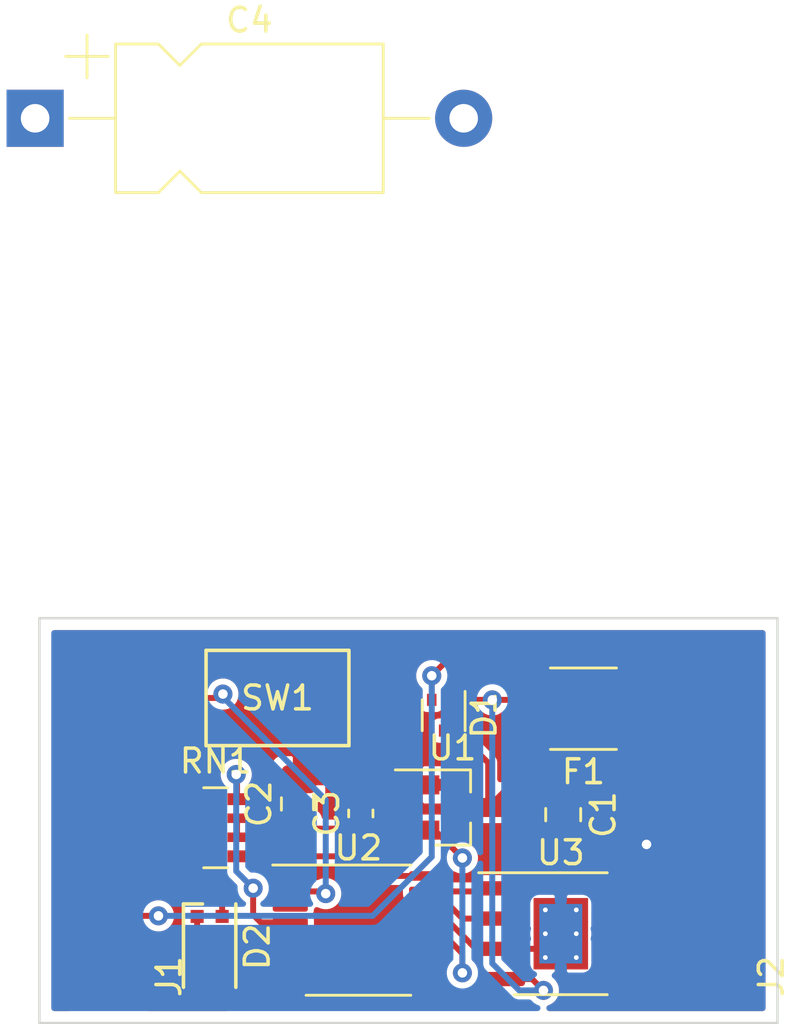
<source format=kicad_pcb>
(kicad_pcb (version 20171130) (host pcbnew 5.1.9-73d0e3b20d~88~ubuntu18.04.1)

  (general
    (thickness 1.6)
    (drawings 4)
    (tracks 105)
    (zones 0)
    (modules 14)
    (nets 20)
  )

  (page A4)
  (layers
    (0 F.Cu signal)
    (31 B.Cu signal)
    (32 B.Adhes user hide)
    (33 F.Adhes user hide)
    (34 B.Paste user hide)
    (35 F.Paste user hide)
    (36 B.SilkS user hide)
    (37 F.SilkS user)
    (38 B.Mask user hide)
    (39 F.Mask user hide)
    (40 Dwgs.User user hide)
    (41 Cmts.User user hide)
    (42 Eco1.User user)
    (43 Eco2.User user)
    (44 Edge.Cuts user)
    (45 Margin user)
    (46 B.CrtYd user hide)
    (47 F.CrtYd user)
    (48 B.Fab user hide)
    (49 F.Fab user hide)
  )

  (setup
    (last_trace_width 0.25)
    (trace_clearance 0.2)
    (zone_clearance 0.254)
    (zone_45_only no)
    (trace_min 0.2)
    (via_size 0.8)
    (via_drill 0.4)
    (via_min_size 0.4)
    (via_min_drill 0.3)
    (uvia_size 0.3)
    (uvia_drill 0.1)
    (uvias_allowed no)
    (uvia_min_size 0.2)
    (uvia_min_drill 0.1)
    (edge_width 0.05)
    (segment_width 0.2)
    (pcb_text_width 0.3)
    (pcb_text_size 1.5 1.5)
    (mod_edge_width 0.12)
    (mod_text_size 1 1)
    (mod_text_width 0.15)
    (pad_size 1.524 1.524)
    (pad_drill 0.762)
    (pad_to_mask_clearance 0)
    (aux_axis_origin 0 0)
    (visible_elements FFFFFF7F)
    (pcbplotparams
      (layerselection 0x010fc_ffffffff)
      (usegerberextensions false)
      (usegerberattributes true)
      (usegerberadvancedattributes true)
      (creategerberjobfile true)
      (excludeedgelayer true)
      (linewidth 0.100000)
      (plotframeref false)
      (viasonmask false)
      (mode 1)
      (useauxorigin false)
      (hpglpennumber 1)
      (hpglpenspeed 20)
      (hpglpendiameter 15.000000)
      (psnegative false)
      (psa4output false)
      (plotreference true)
      (plotvalue true)
      (plotinvisibletext false)
      (padsonsilk false)
      (subtractmaskfromsilk false)
      (outputformat 1)
      (mirror false)
      (drillshape 1)
      (scaleselection 1)
      (outputdirectory ""))
  )

  (net 0 "")
  (net 1 GND)
  (net 2 "Net-(C1-Pad1)")
  (net 3 /VDD)
  (net 4 /VMOT)
  (net 5 /VIN)
  (net 6 /LED-G)
  (net 7 /LED-B)
  (net 8 /LED-R)
  (net 9 /LED-A)
  (net 10 /VMOT-in)
  (net 11 /Tx-in)
  (net 12 /ST-Rx-in)
  (net 13 /MOT1)
  (net 14 /MOT2)
  (net 15 /ST-Rx)
  (net 16 /Tx)
  (net 17 /SW-ISP)
  (net 18 /FWD)
  (net 19 /REV)

  (net_class Default "This is the default net class."
    (clearance 0.2)
    (trace_width 0.25)
    (via_dia 0.8)
    (via_drill 0.4)
    (uvia_dia 0.3)
    (uvia_drill 0.1)
    (add_net /FWD)
    (add_net /LED-A)
    (add_net /LED-B)
    (add_net /LED-G)
    (add_net /LED-R)
    (add_net /MOT1)
    (add_net /MOT2)
    (add_net /REV)
    (add_net /ST-Rx)
    (add_net /ST-Rx-in)
    (add_net /SW-ISP)
    (add_net /Tx)
    (add_net /Tx-in)
    (add_net /VDD)
    (add_net /VIN)
    (add_net /VMOT)
    (add_net /VMOT-in)
    (add_net GND)
    (add_net "Net-(C1-Pad1)")
    (add_net "Net-(J1-Pad5)")
    (add_net "Net-(J1-Pad6)")
    (add_net "Net-(J2-Pad3)")
    (add_net "Net-(U2-Pad1)")
    (add_net "Net-(U2-Pad10)")
    (add_net "Net-(U2-Pad11)")
    (add_net "Net-(U2-Pad3)")
    (add_net "Net-(U2-Pad7)")
    (add_net "Net-(U2-Pad8)")
  )

  (module rc-winch-controller-footprints:LED_RGB_XINGLIGHT_XL-2012RGBC (layer F.Cu) (tedit 600D4E2F) (tstamp 600D4A33)
    (at 76.15 93.8 270)
    (descr "RGB LED")
    (tags "LED RGB")
    (path /600D5353)
    (attr smd)
    (fp_text reference D2 (at 0 -2 90) (layer F.SilkS)
      (effects (font (size 1 1) (thickness 0.15)))
    )
    (fp_text value LED_ARGB (at 0 2.45 90) (layer F.Fab)
      (effects (font (size 1 1) (thickness 0.15)))
    )
    (fp_text user %R (at 0 -2.3 90) (layer F.Fab)
      (effects (font (size 1 1) (thickness 0.15)))
    )
    (fp_line (start -1.5 1) (end -1.8 0.7) (layer F.Fab) (width 0.1))
    (fp_line (start -1.8 0.7) (end -1.8 -1) (layer F.Fab) (width 0.1))
    (fp_line (start 1.8 1) (end -1.5 1) (layer F.Fab) (width 0.1))
    (fp_line (start 1.8 -1) (end 1.8 1) (layer F.Fab) (width 0.1))
    (fp_line (start -1.8 -1) (end 1.8 -1) (layer F.Fab) (width 0.1))
    (fp_line (start -1.8 1.1) (end -1.8 0.3) (layer F.SilkS) (width 0.15))
    (fp_line (start 1.7 -1.1) (end -1.8 -1.1) (layer F.SilkS) (width 0.15))
    (fp_line (start 1.7 1.1) (end -1.8 1.1) (layer F.SilkS) (width 0.15))
    (fp_line (start 1.9 1.2) (end 1.9 -1.2) (layer F.CrtYd) (width 0.05))
    (fp_line (start 1.9 -1.2) (end -1.9 -1.2) (layer F.CrtYd) (width 0.05))
    (fp_line (start -1.9 -1.2) (end -1.9 1.2) (layer F.CrtYd) (width 0.05))
    (fp_line (start -1.9 1.2) (end 1.9 1.2) (layer F.CrtYd) (width 0.05))
    (pad 2 smd rect (at 1.275 0.525 90) (size 0.55 0.55) (layers F.Cu F.Paste F.Mask)
      (net 6 /LED-G))
    (pad 4 smd rect (at 1.275 -0.525 90) (size 0.55 0.55) (layers F.Cu F.Paste F.Mask)
      (net 7 /LED-B))
    (pad 1 smd rect (at -1.275 0.525 90) (size 0.55 0.55) (layers F.Cu F.Paste F.Mask)
      (net 8 /LED-R))
    (pad 3 smd rect (at -1.275 -0.525 90) (size 0.55 0.55) (layers F.Cu F.Paste F.Mask)
      (net 9 /LED-A))
    (model ${KISYS3DMOD}/LED_SMD.3dshapes/LED_RGB_1210.wrl
      (at (xyz 0 0 0))
      (scale (xyz 1 1 1))
      (rotate (xyz 0 0 0))
    )
  )

  (module "rc-winch-controller-footprints:Tact switch 6x4x3" (layer F.Cu) (tedit 5BA0EB05) (tstamp 600D4A8A)
    (at 79 83.35 180)
    (path /600D7F5F)
    (fp_text reference SW1 (at 0 0) (layer F.SilkS)
      (effects (font (size 1 1) (thickness 0.15)))
    )
    (fp_text value SETUP (at 0 -3.81) (layer F.Fab)
      (effects (font (size 1 1) (thickness 0.15)))
    )
    (fp_line (start 3 -2) (end -3 -2) (layer F.SilkS) (width 0.15))
    (fp_line (start 3 2) (end 3 -2) (layer F.SilkS) (width 0.15))
    (fp_line (start -3 2) (end 3 2) (layer F.SilkS) (width 0.15))
    (fp_line (start -3 -2) (end -3 2) (layer F.SilkS) (width 0.15))
    (pad 2 smd rect (at 3.9 0 180) (size 1.5 1.5) (layers F.Cu F.Paste F.Mask)
      (net 17 /SW-ISP))
    (pad 1 smd rect (at -3.9 0 180) (size 1.5 1.5) (layers F.Cu F.Paste F.Mask)
      (net 1 GND))
  )

  (module Package_SO:SOIC-8-1EP_3.9x4.9mm_P1.27mm_EP2.29x3mm_ThermalVias (layer F.Cu) (tedit 5DC5FE76) (tstamp 600D4AE7)
    (at 90.9 93.25)
    (descr "SOIC, 8 Pin (https://www.analog.com/media/en/technical-documentation/data-sheets/ada4898-1_4898-2.pdf#page=29), generated with kicad-footprint-generator ipc_gullwing_generator.py")
    (tags "SOIC SO")
    (path /6019C61D)
    (attr smd)
    (fp_text reference U3 (at 0 -3.4) (layer F.SilkS)
      (effects (font (size 1 1) (thickness 0.15)))
    )
    (fp_text value RZ7889 (at 0 3.4) (layer F.Fab)
      (effects (font (size 1 1) (thickness 0.15)))
    )
    (fp_line (start 3.7 -2.7) (end -3.7 -2.7) (layer F.CrtYd) (width 0.05))
    (fp_line (start 3.7 2.7) (end 3.7 -2.7) (layer F.CrtYd) (width 0.05))
    (fp_line (start -3.7 2.7) (end 3.7 2.7) (layer F.CrtYd) (width 0.05))
    (fp_line (start -3.7 -2.7) (end -3.7 2.7) (layer F.CrtYd) (width 0.05))
    (fp_line (start -1.95 -1.475) (end -0.975 -2.45) (layer F.Fab) (width 0.1))
    (fp_line (start -1.95 2.45) (end -1.95 -1.475) (layer F.Fab) (width 0.1))
    (fp_line (start 1.95 2.45) (end -1.95 2.45) (layer F.Fab) (width 0.1))
    (fp_line (start 1.95 -2.45) (end 1.95 2.45) (layer F.Fab) (width 0.1))
    (fp_line (start -0.975 -2.45) (end 1.95 -2.45) (layer F.Fab) (width 0.1))
    (fp_line (start 0 -2.56) (end -3.45 -2.56) (layer F.SilkS) (width 0.12))
    (fp_line (start 0 -2.56) (end 1.95 -2.56) (layer F.SilkS) (width 0.12))
    (fp_line (start 0 2.56) (end -1.95 2.56) (layer F.SilkS) (width 0.12))
    (fp_line (start 0 2.56) (end 1.95 2.56) (layer F.SilkS) (width 0.12))
    (fp_text user %R (at 0 0) (layer F.Fab)
      (effects (font (size 0.98 0.98) (thickness 0.15)))
    )
    (pad "" smd roundrect (at 0.57 0.75) (size 0.96 1.25) (layers F.Paste) (roundrect_rratio 0.25))
    (pad "" smd roundrect (at 0.57 -0.75) (size 0.96 1.25) (layers F.Paste) (roundrect_rratio 0.25))
    (pad "" smd roundrect (at -0.57 0.75) (size 0.96 1.25) (layers F.Paste) (roundrect_rratio 0.25))
    (pad "" smd roundrect (at -0.57 -0.75) (size 0.96 1.25) (layers F.Paste) (roundrect_rratio 0.25))
    (pad 9 smd rect (at 0 0) (size 1.8 2.5) (layers B.Cu)
      (net 1 GND))
    (pad 9 thru_hole circle (at 0.65 1) (size 0.5 0.5) (drill 0.2) (layers *.Cu)
      (net 1 GND))
    (pad 9 thru_hole circle (at -0.65 1) (size 0.5 0.5) (drill 0.2) (layers *.Cu)
      (net 1 GND))
    (pad 9 thru_hole circle (at 0.65 0) (size 0.5 0.5) (drill 0.2) (layers *.Cu)
      (net 1 GND))
    (pad 9 thru_hole circle (at -0.65 0) (size 0.5 0.5) (drill 0.2) (layers *.Cu)
      (net 1 GND))
    (pad 9 thru_hole circle (at 0.65 -1) (size 0.5 0.5) (drill 0.2) (layers *.Cu)
      (net 1 GND))
    (pad 9 thru_hole circle (at -0.65 -1) (size 0.5 0.5) (drill 0.2) (layers *.Cu)
      (net 1 GND))
    (pad 9 smd rect (at 0 0) (size 2.29 3) (layers F.Cu F.Mask)
      (net 1 GND))
    (pad 8 smd roundrect (at 2.475 -1.905) (size 1.95 0.6) (layers F.Cu F.Paste F.Mask) (roundrect_rratio 0.25)
      (net 14 /MOT2))
    (pad 7 smd roundrect (at 2.475 -0.635) (size 1.95 0.6) (layers F.Cu F.Paste F.Mask) (roundrect_rratio 0.25)
      (net 14 /MOT2))
    (pad 6 smd roundrect (at 2.475 0.635) (size 1.95 0.6) (layers F.Cu F.Paste F.Mask) (roundrect_rratio 0.25)
      (net 13 /MOT1))
    (pad 5 smd roundrect (at 2.475 1.905) (size 1.95 0.6) (layers F.Cu F.Paste F.Mask) (roundrect_rratio 0.25)
      (net 13 /MOT1))
    (pad 4 smd roundrect (at -2.475 1.905) (size 1.95 0.6) (layers F.Cu F.Paste F.Mask) (roundrect_rratio 0.25)
      (net 4 /VMOT))
    (pad 3 smd roundrect (at -2.475 0.635) (size 1.95 0.6) (layers F.Cu F.Paste F.Mask) (roundrect_rratio 0.25)
      (net 1 GND))
    (pad 2 smd roundrect (at -2.475 -0.635) (size 1.95 0.6) (layers F.Cu F.Paste F.Mask) (roundrect_rratio 0.25)
      (net 19 /REV))
    (pad 1 smd roundrect (at -2.475 -1.905) (size 1.95 0.6) (layers F.Cu F.Paste F.Mask) (roundrect_rratio 0.25)
      (net 18 /FWD))
    (model ${KISYS3DMOD}/Package_SO.3dshapes/SOIC-8-1EP_3.9x4.9mm_P1.27mm_EP2.29x3mm.wrl
      (at (xyz 0 0 0))
      (scale (xyz 1 1 1))
      (rotate (xyz 0 0 0))
    )
  )

  (module Package_SO:TSSOP-16_4.4x5mm_P0.65mm (layer F.Cu) (tedit 5E476F32) (tstamp 600D4CB2)
    (at 82.4 93.1)
    (descr "TSSOP, 16 Pin (JEDEC MO-153 Var AB https://www.jedec.org/document_search?search_api_views_fulltext=MO-153), generated with kicad-footprint-generator ipc_gullwing_generator.py")
    (tags "TSSOP SO")
    (path /600D3394)
    (attr smd)
    (fp_text reference U2 (at 0 -3.45) (layer F.SilkS)
      (effects (font (size 1 1) (thickness 0.15)))
    )
    (fp_text value LPC812M001JDH16 (at 0 3.45) (layer F.Fab)
      (effects (font (size 1 1) (thickness 0.15)))
    )
    (fp_line (start 3.85 -2.75) (end -3.85 -2.75) (layer F.CrtYd) (width 0.05))
    (fp_line (start 3.85 2.75) (end 3.85 -2.75) (layer F.CrtYd) (width 0.05))
    (fp_line (start -3.85 2.75) (end 3.85 2.75) (layer F.CrtYd) (width 0.05))
    (fp_line (start -3.85 -2.75) (end -3.85 2.75) (layer F.CrtYd) (width 0.05))
    (fp_line (start -2.2 -1.5) (end -1.2 -2.5) (layer F.Fab) (width 0.1))
    (fp_line (start -2.2 2.5) (end -2.2 -1.5) (layer F.Fab) (width 0.1))
    (fp_line (start 2.2 2.5) (end -2.2 2.5) (layer F.Fab) (width 0.1))
    (fp_line (start 2.2 -2.5) (end 2.2 2.5) (layer F.Fab) (width 0.1))
    (fp_line (start -1.2 -2.5) (end 2.2 -2.5) (layer F.Fab) (width 0.1))
    (fp_line (start 0 -2.735) (end -3.6 -2.735) (layer F.SilkS) (width 0.12))
    (fp_line (start 0 -2.735) (end 2.2 -2.735) (layer F.SilkS) (width 0.12))
    (fp_line (start 0 2.735) (end -2.2 2.735) (layer F.SilkS) (width 0.12))
    (fp_line (start 0 2.735) (end 2.2 2.735) (layer F.SilkS) (width 0.12))
    (fp_text user %R (at 0 0) (layer F.Fab)
      (effects (font (size 1 1) (thickness 0.15)))
    )
    (pad 16 smd roundrect (at 2.8625 -2.275) (size 1.475 0.4) (layers F.Cu F.Paste F.Mask) (roundrect_rratio 0.25)
      (net 15 /ST-Rx))
    (pad 15 smd roundrect (at 2.8625 -1.625) (size 1.475 0.4) (layers F.Cu F.Paste F.Mask) (roundrect_rratio 0.25)
      (net 18 /FWD))
    (pad 14 smd roundrect (at 2.8625 -0.975) (size 1.475 0.4) (layers F.Cu F.Paste F.Mask) (roundrect_rratio 0.25)
      (net 19 /REV))
    (pad 13 smd roundrect (at 2.8625 -0.325) (size 1.475 0.4) (layers F.Cu F.Paste F.Mask) (roundrect_rratio 0.25)
      (net 1 GND))
    (pad 12 smd roundrect (at 2.8625 0.325) (size 1.475 0.4) (layers F.Cu F.Paste F.Mask) (roundrect_rratio 0.25)
      (net 3 /VDD))
    (pad 11 smd roundrect (at 2.8625 0.975) (size 1.475 0.4) (layers F.Cu F.Paste F.Mask) (roundrect_rratio 0.25))
    (pad 10 smd roundrect (at 2.8625 1.625) (size 1.475 0.4) (layers F.Cu F.Paste F.Mask) (roundrect_rratio 0.25))
    (pad 9 smd roundrect (at 2.8625 2.275) (size 1.475 0.4) (layers F.Cu F.Paste F.Mask) (roundrect_rratio 0.25)
      (net 7 /LED-B))
    (pad 8 smd roundrect (at -2.8625 2.275) (size 1.475 0.4) (layers F.Cu F.Paste F.Mask) (roundrect_rratio 0.25))
    (pad 7 smd roundrect (at -2.8625 1.625) (size 1.475 0.4) (layers F.Cu F.Paste F.Mask) (roundrect_rratio 0.25))
    (pad 6 smd roundrect (at -2.8625 0.975) (size 1.475 0.4) (layers F.Cu F.Paste F.Mask) (roundrect_rratio 0.25)
      (net 6 /LED-G))
    (pad 5 smd roundrect (at -2.8625 0.325) (size 1.475 0.4) (layers F.Cu F.Paste F.Mask) (roundrect_rratio 0.25)
      (net 8 /LED-R))
    (pad 4 smd roundrect (at -2.8625 -0.325) (size 1.475 0.4) (layers F.Cu F.Paste F.Mask) (roundrect_rratio 0.25)
      (net 16 /Tx))
    (pad 3 smd roundrect (at -2.8625 -0.975) (size 1.475 0.4) (layers F.Cu F.Paste F.Mask) (roundrect_rratio 0.25))
    (pad 2 smd roundrect (at -2.8625 -1.625) (size 1.475 0.4) (layers F.Cu F.Paste F.Mask) (roundrect_rratio 0.25)
      (net 17 /SW-ISP))
    (pad 1 smd roundrect (at -2.8625 -2.275) (size 1.475 0.4) (layers F.Cu F.Paste F.Mask) (roundrect_rratio 0.25))
    (model ${KISYS3DMOD}/Package_SO.3dshapes/TSSOP-16_4.4x5mm_P0.65mm.wrl
      (at (xyz 0 0 0))
      (scale (xyz 1 1 1))
      (rotate (xyz 0 0 0))
    )
  )

  (module Package_TO_SOT_SMD:SOT-23_Handsoldering (layer F.Cu) (tedit 5A0AB76C) (tstamp 600D4A9F)
    (at 86.35 87.95)
    (descr "SOT-23, Handsoldering")
    (tags SOT-23)
    (path /600D921C)
    (attr smd)
    (fp_text reference U1 (at 0 -2.5) (layer F.SilkS)
      (effects (font (size 1 1) (thickness 0.15)))
    )
    (fp_text value MCP1703A-3302_SOT23 (at 0 2.5) (layer F.Fab)
      (effects (font (size 1 1) (thickness 0.15)))
    )
    (fp_line (start 0.76 1.58) (end -0.7 1.58) (layer F.SilkS) (width 0.12))
    (fp_line (start -0.7 1.52) (end 0.7 1.52) (layer F.Fab) (width 0.1))
    (fp_line (start 0.7 -1.52) (end 0.7 1.52) (layer F.Fab) (width 0.1))
    (fp_line (start -0.7 -0.95) (end -0.15 -1.52) (layer F.Fab) (width 0.1))
    (fp_line (start -0.15 -1.52) (end 0.7 -1.52) (layer F.Fab) (width 0.1))
    (fp_line (start -0.7 -0.95) (end -0.7 1.5) (layer F.Fab) (width 0.1))
    (fp_line (start 0.76 -1.58) (end -2.4 -1.58) (layer F.SilkS) (width 0.12))
    (fp_line (start -2.7 1.75) (end -2.7 -1.75) (layer F.CrtYd) (width 0.05))
    (fp_line (start 2.7 1.75) (end -2.7 1.75) (layer F.CrtYd) (width 0.05))
    (fp_line (start 2.7 -1.75) (end 2.7 1.75) (layer F.CrtYd) (width 0.05))
    (fp_line (start -2.7 -1.75) (end 2.7 -1.75) (layer F.CrtYd) (width 0.05))
    (fp_line (start 0.76 -1.58) (end 0.76 -0.65) (layer F.SilkS) (width 0.12))
    (fp_line (start 0.76 1.58) (end 0.76 0.65) (layer F.SilkS) (width 0.12))
    (fp_text user %R (at 0 0 90) (layer F.Fab)
      (effects (font (size 0.5 0.5) (thickness 0.075)))
    )
    (pad 3 smd rect (at 1.5 0) (size 1.9 0.8) (layers F.Cu F.Paste F.Mask)
      (net 2 "Net-(C1-Pad1)"))
    (pad 2 smd rect (at -1.5 0.95) (size 1.9 0.8) (layers F.Cu F.Paste F.Mask)
      (net 3 /VDD))
    (pad 1 smd rect (at -1.5 -0.95) (size 1.9 0.8) (layers F.Cu F.Paste F.Mask)
      (net 1 GND))
    (model ${KISYS3DMOD}/Package_TO_SOT_SMD.3dshapes/SOT-23.wrl
      (at (xyz 0 0 0))
      (scale (xyz 1 1 1))
      (rotate (xyz 0 0 0))
    )
  )

  (module Resistor_SMD:R_Array_Convex_4x0603 (layer F.Cu) (tedit 58E0A8B2) (tstamp 600D4A6F)
    (at 76.4 88.8)
    (descr "Chip Resistor Network, ROHM MNR14 (see mnr_g.pdf)")
    (tags "resistor array")
    (path /600D6E3D)
    (attr smd)
    (fp_text reference RN1 (at 0 -2.8) (layer F.SilkS)
      (effects (font (size 1 1) (thickness 0.15)))
    )
    (fp_text value 1K (at 0 2.8) (layer F.Fab)
      (effects (font (size 1 1) (thickness 0.15)))
    )
    (fp_line (start 1.55 1.85) (end -1.55 1.85) (layer F.CrtYd) (width 0.05))
    (fp_line (start 1.55 1.85) (end 1.55 -1.85) (layer F.CrtYd) (width 0.05))
    (fp_line (start -1.55 -1.85) (end -1.55 1.85) (layer F.CrtYd) (width 0.05))
    (fp_line (start -1.55 -1.85) (end 1.55 -1.85) (layer F.CrtYd) (width 0.05))
    (fp_line (start 0.5 -1.68) (end -0.5 -1.68) (layer F.SilkS) (width 0.12))
    (fp_line (start 0.5 1.68) (end -0.5 1.68) (layer F.SilkS) (width 0.12))
    (fp_line (start -0.8 1.6) (end -0.8 -1.6) (layer F.Fab) (width 0.1))
    (fp_line (start 0.8 1.6) (end -0.8 1.6) (layer F.Fab) (width 0.1))
    (fp_line (start 0.8 -1.6) (end 0.8 1.6) (layer F.Fab) (width 0.1))
    (fp_line (start -0.8 -1.6) (end 0.8 -1.6) (layer F.Fab) (width 0.1))
    (fp_text user %R (at 0 0 90) (layer F.Fab)
      (effects (font (size 0.5 0.5) (thickness 0.075)))
    )
    (pad 5 smd rect (at 0.9 1.2) (size 0.8 0.5) (layers F.Cu F.Paste F.Mask)
      (net 15 /ST-Rx))
    (pad 6 smd rect (at 0.9 0.4) (size 0.8 0.4) (layers F.Cu F.Paste F.Mask)
      (net 3 /VDD))
    (pad 8 smd rect (at 0.9 -1.2) (size 0.8 0.5) (layers F.Cu F.Paste F.Mask)
      (net 16 /Tx))
    (pad 7 smd rect (at 0.9 -0.4) (size 0.8 0.4) (layers F.Cu F.Paste F.Mask)
      (net 3 /VDD))
    (pad 4 smd rect (at -0.9 1.2) (size 0.8 0.5) (layers F.Cu F.Paste F.Mask)
      (net 12 /ST-Rx-in))
    (pad 2 smd rect (at -0.9 -0.4) (size 0.8 0.4) (layers F.Cu F.Paste F.Mask)
      (net 9 /LED-A))
    (pad 3 smd rect (at -0.9 0.4) (size 0.8 0.4) (layers F.Cu F.Paste F.Mask)
      (net 9 /LED-A))
    (pad 1 smd rect (at -0.9 -1.2) (size 0.8 0.5) (layers F.Cu F.Paste F.Mask)
      (net 11 /Tx-in))
    (model ${KISYS3DMOD}/Resistor_SMD.3dshapes/R_Array_Convex_4x0603.wrl
      (at (xyz 0 0 0))
      (scale (xyz 1 1 1))
      (rotate (xyz 0 0 0))
    )
  )

  (module rc-winch-controller-footprints:PinHeader_1x06_P2.54mm_Flat (layer F.Cu) (tedit 5F17D121) (tstamp 600D4A58)
    (at 97.2 95.05 90)
    (path /600E6D30)
    (fp_text reference J2 (at 0 2.54 90) (layer F.SilkS)
      (effects (font (size 1 1) (thickness 0.15)))
    )
    (fp_text value Conn_01x06 (at 0 -2.54 90) (layer F.Fab)
      (effects (font (size 1 1) (thickness 0.15)))
    )
    (pad 6 smd rect (at 12.7 0 90) (size 1.8 2.8) (layers F.Cu F.Mask)
      (net 5 /VIN))
    (pad 5 smd rect (at 10.16 0 90) (size 1.8 2.8) (layers F.Cu F.Mask)
      (net 10 /VMOT-in))
    (pad 4 smd rect (at 7.62 0 90) (size 1.8 2.8) (layers F.Cu F.Mask)
      (net 1 GND))
    (pad 3 smd rect (at 5.08 0 90) (size 1.8 2.8) (layers F.Cu F.Mask))
    (pad 2 smd rect (at 2.54 0 90) (size 1.8 2.8) (layers F.Cu F.Mask)
      (net 14 /MOT2))
    (pad 1 smd rect (at 0 0 90) (size 1.8 2.8) (layers F.Cu F.Mask)
      (net 13 /MOT1))
  )

  (module rc-winch-controller-footprints:PinHeader_1x06_P2.54mm_Flat (layer F.Cu) (tedit 5F17D121) (tstamp 600D4A4E)
    (at 71.9 95.05 90)
    (path /600E6556)
    (fp_text reference J1 (at 0 2.54 90) (layer F.SilkS)
      (effects (font (size 1 1) (thickness 0.15)))
    )
    (fp_text value Conn_01x06 (at 0 -2.54 90) (layer F.Fab)
      (effects (font (size 1 1) (thickness 0.15)))
    )
    (pad 6 smd rect (at 12.7 0 90) (size 1.8 2.8) (layers F.Cu F.Mask))
    (pad 5 smd rect (at 10.16 0 90) (size 1.8 2.8) (layers F.Cu F.Mask))
    (pad 4 smd rect (at 7.62 0 90) (size 1.8 2.8) (layers F.Cu F.Mask)
      (net 11 /Tx-in))
    (pad 3 smd rect (at 5.08 0 90) (size 1.8 2.8) (layers F.Cu F.Mask)
      (net 12 /ST-Rx-in))
    (pad 2 smd rect (at 2.54 0 90) (size 1.8 2.8) (layers F.Cu F.Mask)
      (net 5 /VIN))
    (pad 1 smd rect (at 0 0 90) (size 1.8 2.8) (layers F.Cu F.Mask)
      (net 1 GND))
  )

  (module Fuse:Fuse_1812_4532Metric_Pad1.30x3.40mm_HandSolder (layer F.Cu) (tedit 5F68FEF1) (tstamp 600D4A44)
    (at 91.85 83.8 180)
    (descr "Fuse SMD 1812 (4532 Metric), square (rectangular) end terminal, IPC_7351 nominal with elongated pad for handsoldering. (Body size source: https://www.nikhef.nl/pub/departments/mt/projects/detectorR_D/dtddice/ERJ2G.pdf), generated with kicad-footprint-generator")
    (tags "fuse handsolder")
    (path /6014AA24)
    (attr smd)
    (fp_text reference F1 (at 0 -2.65) (layer F.SilkS)
      (effects (font (size 1 1) (thickness 0.15)))
    )
    (fp_text value "3A 16V 1812" (at 0 2.65) (layer F.Fab)
      (effects (font (size 1 1) (thickness 0.15)))
    )
    (fp_line (start 3.12 1.95) (end -3.12 1.95) (layer F.CrtYd) (width 0.05))
    (fp_line (start 3.12 -1.95) (end 3.12 1.95) (layer F.CrtYd) (width 0.05))
    (fp_line (start -3.12 -1.95) (end 3.12 -1.95) (layer F.CrtYd) (width 0.05))
    (fp_line (start -3.12 1.95) (end -3.12 -1.95) (layer F.CrtYd) (width 0.05))
    (fp_line (start -1.386252 1.71) (end 1.386252 1.71) (layer F.SilkS) (width 0.12))
    (fp_line (start -1.386252 -1.71) (end 1.386252 -1.71) (layer F.SilkS) (width 0.12))
    (fp_line (start 2.25 1.6) (end -2.25 1.6) (layer F.Fab) (width 0.1))
    (fp_line (start 2.25 -1.6) (end 2.25 1.6) (layer F.Fab) (width 0.1))
    (fp_line (start -2.25 -1.6) (end 2.25 -1.6) (layer F.Fab) (width 0.1))
    (fp_line (start -2.25 1.6) (end -2.25 -1.6) (layer F.Fab) (width 0.1))
    (fp_text user %R (at 0 0) (layer F.Fab)
      (effects (font (size 1 1) (thickness 0.15)))
    )
    (pad 2 smd roundrect (at 2.225 0 180) (size 1.3 3.4) (layers F.Cu F.Paste F.Mask) (roundrect_rratio 0.192308)
      (net 4 /VMOT))
    (pad 1 smd roundrect (at -2.225 0 180) (size 1.3 3.4) (layers F.Cu F.Paste F.Mask) (roundrect_rratio 0.192308)
      (net 10 /VMOT-in))
    (model ${KISYS3DMOD}/Fuse.3dshapes/Fuse_1812_4532Metric.wrl
      (at (xyz 0 0 0))
      (scale (xyz 1 1 1))
      (rotate (xyz 0 0 0))
    )
  )

  (module Package_TO_SOT_SMD:SOT-523 (layer F.Cu) (tedit 5E27725A) (tstamp 600D4A1E)
    (at 85.979 84.074 270)
    (descr "SOT523, https://www.diodes.com/assets/Package-Files/SOT523.pdf")
    (tags SOT-523)
    (path /600FDC8F)
    (attr smd)
    (fp_text reference D1 (at 0 -1.7 90) (layer F.SilkS)
      (effects (font (size 1 1) (thickness 0.15)))
    )
    (fp_text value D_Schottky_x2_KCom_AAK (at 0 1.75 90) (layer F.Fab)
      (effects (font (size 1 1) (thickness 0.15)))
    )
    (fp_line (start -0.4 -0.45) (end -0.05 -0.8) (layer F.Fab) (width 0.1))
    (fp_line (start -1 -0.9) (end 0.65 -0.9) (layer F.SilkS) (width 0.12))
    (fp_line (start 0.65 0.9) (end -0.65 0.9) (layer F.SilkS) (width 0.12))
    (fp_line (start 0.4 0.8) (end 0.4 -0.8) (layer F.Fab) (width 0.1))
    (fp_line (start 0.4 -0.8) (end -0.05 -0.8) (layer F.Fab) (width 0.1))
    (fp_line (start -0.4 -0.45) (end -0.4 0.8) (layer F.Fab) (width 0.1))
    (fp_line (start -0.4 0.8) (end 0.4 0.8) (layer F.Fab) (width 0.1))
    (fp_line (start -1.15 -1.05) (end 1.15 -1.05) (layer F.CrtYd) (width 0.05))
    (fp_line (start -1.15 -1.05) (end -1.15 1.05) (layer F.CrtYd) (width 0.05))
    (fp_line (start 1.15 1.05) (end 1.15 -1.05) (layer F.CrtYd) (width 0.05))
    (fp_line (start 1.15 1.05) (end -1.15 1.05) (layer F.CrtYd) (width 0.05))
    (fp_text user %R (at 0 0 180) (layer F.Fab)
      (effects (font (size 0.4 0.4) (thickness 0.0625)))
    )
    (pad 2 smd rect (at -0.645 0.5 90) (size 0.51 0.4) (layers F.Cu F.Paste F.Mask)
      (net 5 /VIN))
    (pad 3 smd rect (at 0.645 0 90) (size 0.51 0.4) (layers F.Cu F.Paste F.Mask)
      (net 2 "Net-(C1-Pad1)"))
    (pad 1 smd rect (at -0.645 -0.5 90) (size 0.51 0.4) (layers F.Cu F.Paste F.Mask)
      (net 4 /VMOT))
    (model ${KISYS3DMOD}/Package_TO_SOT_SMD.3dshapes/SOT-523.wrl
      (at (xyz 0 0 0))
      (scale (xyz 1 1 1))
      (rotate (xyz 0 0 0))
    )
  )

  (module Capacitor_THT:CP_Axial_L11.0mm_D6.0mm_P18.00mm_Horizontal (layer F.Cu) (tedit 5AE50EF2) (tstamp 600D4A0B)
    (at 68.82 59.005)
    (descr "CP, Axial series, Axial, Horizontal, pin pitch=18mm, , length*diameter=11*6mm^2, Electrolytic Capacitor")
    (tags "CP Axial series Axial Horizontal pin pitch 18mm  length 11mm diameter 6mm Electrolytic Capacitor")
    (path /600D9E9B)
    (fp_text reference C4 (at 9 -4.12) (layer F.SilkS)
      (effects (font (size 1 1) (thickness 0.15)))
    )
    (fp_text value CP (at 9 4.12) (layer F.Fab)
      (effects (font (size 1 1) (thickness 0.15)))
    )
    (fp_line (start 19.45 -3.25) (end -1.45 -3.25) (layer F.CrtYd) (width 0.05))
    (fp_line (start 19.45 3.25) (end 19.45 -3.25) (layer F.CrtYd) (width 0.05))
    (fp_line (start -1.45 3.25) (end 19.45 3.25) (layer F.CrtYd) (width 0.05))
    (fp_line (start -1.45 -3.25) (end -1.45 3.25) (layer F.CrtYd) (width 0.05))
    (fp_line (start 16.56 0) (end 14.62 0) (layer F.SilkS) (width 0.12))
    (fp_line (start 1.44 0) (end 3.38 0) (layer F.SilkS) (width 0.12))
    (fp_line (start 6.98 3.12) (end 14.62 3.12) (layer F.SilkS) (width 0.12))
    (fp_line (start 6.08 2.22) (end 6.98 3.12) (layer F.SilkS) (width 0.12))
    (fp_line (start 5.18 3.12) (end 6.08 2.22) (layer F.SilkS) (width 0.12))
    (fp_line (start 3.38 3.12) (end 5.18 3.12) (layer F.SilkS) (width 0.12))
    (fp_line (start 6.98 -3.12) (end 14.62 -3.12) (layer F.SilkS) (width 0.12))
    (fp_line (start 6.08 -2.22) (end 6.98 -3.12) (layer F.SilkS) (width 0.12))
    (fp_line (start 5.18 -3.12) (end 6.08 -2.22) (layer F.SilkS) (width 0.12))
    (fp_line (start 3.38 -3.12) (end 5.18 -3.12) (layer F.SilkS) (width 0.12))
    (fp_line (start 14.62 -3.12) (end 14.62 3.12) (layer F.SilkS) (width 0.12))
    (fp_line (start 3.38 -3.12) (end 3.38 3.12) (layer F.SilkS) (width 0.12))
    (fp_line (start 2.18 -3.5) (end 2.18 -1.7) (layer F.SilkS) (width 0.12))
    (fp_line (start 1.28 -2.6) (end 3.08 -2.6) (layer F.SilkS) (width 0.12))
    (fp_line (start 6.1 -0.9) (end 6.1 0.9) (layer F.Fab) (width 0.1))
    (fp_line (start 5.2 0) (end 7 0) (layer F.Fab) (width 0.1))
    (fp_line (start 18 0) (end 14.5 0) (layer F.Fab) (width 0.1))
    (fp_line (start 0 0) (end 3.5 0) (layer F.Fab) (width 0.1))
    (fp_line (start 6.98 3) (end 14.5 3) (layer F.Fab) (width 0.1))
    (fp_line (start 6.08 2.1) (end 6.98 3) (layer F.Fab) (width 0.1))
    (fp_line (start 5.18 3) (end 6.08 2.1) (layer F.Fab) (width 0.1))
    (fp_line (start 3.5 3) (end 5.18 3) (layer F.Fab) (width 0.1))
    (fp_line (start 6.98 -3) (end 14.5 -3) (layer F.Fab) (width 0.1))
    (fp_line (start 6.08 -2.1) (end 6.98 -3) (layer F.Fab) (width 0.1))
    (fp_line (start 5.18 -3) (end 6.08 -2.1) (layer F.Fab) (width 0.1))
    (fp_line (start 3.5 -3) (end 5.18 -3) (layer F.Fab) (width 0.1))
    (fp_line (start 14.5 -3) (end 14.5 3) (layer F.Fab) (width 0.1))
    (fp_line (start 3.5 -3) (end 3.5 3) (layer F.Fab) (width 0.1))
    (fp_text user %R (at 9 0) (layer F.Fab)
      (effects (font (size 1 1) (thickness 0.15)))
    )
    (pad 2 thru_hole oval (at 18 0) (size 2.4 2.4) (drill 1.2) (layers *.Cu *.Mask)
      (net 1 GND))
    (pad 1 thru_hole rect (at 0 0) (size 2.4 2.4) (drill 1.2) (layers *.Cu *.Mask)
      (net 4 /VMOT))
    (model ${KISYS3DMOD}/Capacitor_THT.3dshapes/CP_Axial_L11.0mm_D6.0mm_P18.00mm_Horizontal.wrl
      (at (xyz 0 0 0))
      (scale (xyz 1 1 1))
      (rotate (xyz 0 0 0))
    )
  )

  (module Capacitor_SMD:C_0603_1608Metric_Pad1.08x0.95mm_HandSolder (layer F.Cu) (tedit 5F68FEEF) (tstamp 600D49E4)
    (at 82.5 88.2 90)
    (descr "Capacitor SMD 0603 (1608 Metric), square (rectangular) end terminal, IPC_7351 nominal with elongated pad for handsoldering. (Body size source: IPC-SM-782 page 76, https://www.pcb-3d.com/wordpress/wp-content/uploads/ipc-sm-782a_amendment_1_and_2.pdf), generated with kicad-footprint-generator")
    (tags "capacitor handsolder")
    (path /600DE885)
    (attr smd)
    (fp_text reference C3 (at 0 -1.43 90) (layer F.SilkS)
      (effects (font (size 1 1) (thickness 0.15)))
    )
    (fp_text value 100n (at 0 1.43 90) (layer F.Fab)
      (effects (font (size 1 1) (thickness 0.15)))
    )
    (fp_line (start 1.65 0.73) (end -1.65 0.73) (layer F.CrtYd) (width 0.05))
    (fp_line (start 1.65 -0.73) (end 1.65 0.73) (layer F.CrtYd) (width 0.05))
    (fp_line (start -1.65 -0.73) (end 1.65 -0.73) (layer F.CrtYd) (width 0.05))
    (fp_line (start -1.65 0.73) (end -1.65 -0.73) (layer F.CrtYd) (width 0.05))
    (fp_line (start -0.146267 0.51) (end 0.146267 0.51) (layer F.SilkS) (width 0.12))
    (fp_line (start -0.146267 -0.51) (end 0.146267 -0.51) (layer F.SilkS) (width 0.12))
    (fp_line (start 0.8 0.4) (end -0.8 0.4) (layer F.Fab) (width 0.1))
    (fp_line (start 0.8 -0.4) (end 0.8 0.4) (layer F.Fab) (width 0.1))
    (fp_line (start -0.8 -0.4) (end 0.8 -0.4) (layer F.Fab) (width 0.1))
    (fp_line (start -0.8 0.4) (end -0.8 -0.4) (layer F.Fab) (width 0.1))
    (fp_text user %R (at 0 0 90) (layer F.Fab)
      (effects (font (size 0.4 0.4) (thickness 0.06)))
    )
    (pad 2 smd roundrect (at 0.8625 0 90) (size 1.075 0.95) (layers F.Cu F.Paste F.Mask) (roundrect_rratio 0.25)
      (net 1 GND))
    (pad 1 smd roundrect (at -0.8625 0 90) (size 1.075 0.95) (layers F.Cu F.Paste F.Mask) (roundrect_rratio 0.25)
      (net 3 /VDD))
    (model ${KISYS3DMOD}/Capacitor_SMD.3dshapes/C_0603_1608Metric.wrl
      (at (xyz 0 0 0))
      (scale (xyz 1 1 1))
      (rotate (xyz 0 0 0))
    )
  )

  (module Capacitor_SMD:C_0805_2012Metric_Pad1.18x1.45mm_HandSolder (layer F.Cu) (tedit 5F68FEEF) (tstamp 600D49D3)
    (at 79.9 87.8 90)
    (descr "Capacitor SMD 0805 (2012 Metric), square (rectangular) end terminal, IPC_7351 nominal with elongated pad for handsoldering. (Body size source: IPC-SM-782 page 76, https://www.pcb-3d.com/wordpress/wp-content/uploads/ipc-sm-782a_amendment_1_and_2.pdf, https://docs.google.com/spreadsheets/d/1BsfQQcO9C6DZCsRaXUlFlo91Tg2WpOkGARC1WS5S8t0/edit?usp=sharing), generated with kicad-footprint-generator")
    (tags "capacitor handsolder")
    (path /600DDBA2)
    (attr smd)
    (fp_text reference C2 (at 0 -1.68 90) (layer F.SilkS)
      (effects (font (size 1 1) (thickness 0.15)))
    )
    (fp_text value 10u (at 0 1.68 90) (layer F.Fab)
      (effects (font (size 1 1) (thickness 0.15)))
    )
    (fp_line (start 1.88 0.98) (end -1.88 0.98) (layer F.CrtYd) (width 0.05))
    (fp_line (start 1.88 -0.98) (end 1.88 0.98) (layer F.CrtYd) (width 0.05))
    (fp_line (start -1.88 -0.98) (end 1.88 -0.98) (layer F.CrtYd) (width 0.05))
    (fp_line (start -1.88 0.98) (end -1.88 -0.98) (layer F.CrtYd) (width 0.05))
    (fp_line (start -0.261252 0.735) (end 0.261252 0.735) (layer F.SilkS) (width 0.12))
    (fp_line (start -0.261252 -0.735) (end 0.261252 -0.735) (layer F.SilkS) (width 0.12))
    (fp_line (start 1 0.625) (end -1 0.625) (layer F.Fab) (width 0.1))
    (fp_line (start 1 -0.625) (end 1 0.625) (layer F.Fab) (width 0.1))
    (fp_line (start -1 -0.625) (end 1 -0.625) (layer F.Fab) (width 0.1))
    (fp_line (start -1 0.625) (end -1 -0.625) (layer F.Fab) (width 0.1))
    (fp_text user %R (at 0 0 90) (layer F.Fab)
      (effects (font (size 0.5 0.5) (thickness 0.08)))
    )
    (pad 2 smd roundrect (at 1.0375 0 90) (size 1.175 1.45) (layers F.Cu F.Paste F.Mask) (roundrect_rratio 0.212766)
      (net 1 GND))
    (pad 1 smd roundrect (at -1.0375 0 90) (size 1.175 1.45) (layers F.Cu F.Paste F.Mask) (roundrect_rratio 0.212766)
      (net 3 /VDD))
    (model ${KISYS3DMOD}/Capacitor_SMD.3dshapes/C_0805_2012Metric.wrl
      (at (xyz 0 0 0))
      (scale (xyz 1 1 1))
      (rotate (xyz 0 0 0))
    )
  )

  (module Capacitor_SMD:C_0805_2012Metric_Pad1.18x1.45mm_HandSolder (layer F.Cu) (tedit 5F68FEEF) (tstamp 600D49C2)
    (at 91 88.25 270)
    (descr "Capacitor SMD 0805 (2012 Metric), square (rectangular) end terminal, IPC_7351 nominal with elongated pad for handsoldering. (Body size source: IPC-SM-782 page 76, https://www.pcb-3d.com/wordpress/wp-content/uploads/ipc-sm-782a_amendment_1_and_2.pdf, https://docs.google.com/spreadsheets/d/1BsfQQcO9C6DZCsRaXUlFlo91Tg2WpOkGARC1WS5S8t0/edit?usp=sharing), generated with kicad-footprint-generator")
    (tags "capacitor handsolder")
    (path /600DD71A)
    (attr smd)
    (fp_text reference C1 (at 0 -1.68 90) (layer F.SilkS)
      (effects (font (size 1 1) (thickness 0.15)))
    )
    (fp_text value 1u (at 0 1.68 90) (layer F.Fab)
      (effects (font (size 1 1) (thickness 0.15)))
    )
    (fp_line (start 1.88 0.98) (end -1.88 0.98) (layer F.CrtYd) (width 0.05))
    (fp_line (start 1.88 -0.98) (end 1.88 0.98) (layer F.CrtYd) (width 0.05))
    (fp_line (start -1.88 -0.98) (end 1.88 -0.98) (layer F.CrtYd) (width 0.05))
    (fp_line (start -1.88 0.98) (end -1.88 -0.98) (layer F.CrtYd) (width 0.05))
    (fp_line (start -0.261252 0.735) (end 0.261252 0.735) (layer F.SilkS) (width 0.12))
    (fp_line (start -0.261252 -0.735) (end 0.261252 -0.735) (layer F.SilkS) (width 0.12))
    (fp_line (start 1 0.625) (end -1 0.625) (layer F.Fab) (width 0.1))
    (fp_line (start 1 -0.625) (end 1 0.625) (layer F.Fab) (width 0.1))
    (fp_line (start -1 -0.625) (end 1 -0.625) (layer F.Fab) (width 0.1))
    (fp_line (start -1 0.625) (end -1 -0.625) (layer F.Fab) (width 0.1))
    (fp_text user %R (at 0 0 90) (layer F.Fab)
      (effects (font (size 0.5 0.5) (thickness 0.08)))
    )
    (pad 2 smd roundrect (at 1.0375 0 270) (size 1.175 1.45) (layers F.Cu F.Paste F.Mask) (roundrect_rratio 0.212766)
      (net 1 GND))
    (pad 1 smd roundrect (at -1.0375 0 270) (size 1.175 1.45) (layers F.Cu F.Paste F.Mask) (roundrect_rratio 0.212766)
      (net 2 "Net-(C1-Pad1)"))
    (model ${KISYS3DMOD}/Capacitor_SMD.3dshapes/C_0805_2012Metric.wrl
      (at (xyz 0 0 0))
      (scale (xyz 1 1 1))
      (rotate (xyz 0 0 0))
    )
  )

  (gr_line (start 100 80) (end 100 97) (layer Edge.Cuts) (width 0.1))
  (gr_line (start 69 80) (end 100 80) (layer Edge.Cuts) (width 0.1))
  (gr_line (start 69 97) (end 69 80) (layer Edge.Cuts) (width 0.1))
  (gr_line (start 100 97) (end 69 97) (layer Edge.Cuts) (width 0.1))

  (via (at 77.978 91.3384) (size 0.8) (drill 0.4) (layers F.Cu B.Cu) (net 16))
  (via (at 90.17 95.631) (size 0.8) (drill 0.4) (layers F.Cu B.Cu) (net 4))
  (via (at 76.708 83.185) (size 0.8) (drill 0.4) (layers F.Cu B.Cu) (net 17))
  (via (at 81.026 91.567) (size 0.8) (drill 0.4) (layers F.Cu B.Cu) (net 17))
  (segment (start 90.265 93.885) (end 90.9 93.25) (width 0.25) (layer F.Cu) (net 1))
  (segment (start 88.425 93.885) (end 90.265 93.885) (width 0.25) (layer F.Cu) (net 1))
  (segment (start 85.2625 92.775) (end 86.2218 92.775) (width 0.25) (layer F.Cu) (net 1))
  (segment (start 87.3318 93.885) (end 88.425 93.885) (width 0.25) (layer F.Cu) (net 1))
  (segment (start 86.2218 92.775) (end 87.3318 93.885) (width 0.25) (layer F.Cu) (net 1))
  (via (at 94.5 89.5) (size 0.8) (drill 0.4) (layers F.Cu B.Cu) (net 1))
  (via (at 77.2668 86.5632) (size 0.8) (drill 0.4) (layers F.Cu B.Cu) (net 16))
  (via (at 86.7664 94.8944) (size 0.8) (drill 0.4) (layers F.Cu B.Cu) (net 3))
  (via (at 74 92.5) (size 0.8) (drill 0.4) (layers F.Cu B.Cu) (net 5))
  (segment (start 88.5875 87.2125) (end 87.85 87.95) (width 0.25) (layer F.Cu) (net 2))
  (segment (start 91 87.2125) (end 88.5875 87.2125) (width 0.25) (layer F.Cu) (net 2))
  (segment (start 85.979 84.719) (end 86.497 84.719) (width 0.25) (layer F.Cu) (net 2))
  (segment (start 87.85 86.072) (end 87.85 87.95) (width 0.25) (layer F.Cu) (net 2))
  (segment (start 86.497 84.719) (end 87.85 86.072) (width 0.25) (layer F.Cu) (net 2))
  (segment (start 82.275 88.8375) (end 82.5 89.0625) (width 0.25) (layer F.Cu) (net 3))
  (segment (start 79.9 88.8375) (end 82.275 88.8375) (width 0.25) (layer F.Cu) (net 3))
  (segment (start 82.6625 88.9) (end 82.5 89.0625) (width 0.25) (layer F.Cu) (net 3))
  (segment (start 84.85 88.9) (end 82.6625 88.9) (width 0.25) (layer F.Cu) (net 3))
  (segment (start 79.9 88.8375) (end 78.5485 88.8375) (width 0.25) (layer F.Cu) (net 3))
  (segment (start 78.186 89.2) (end 77.3 89.2) (width 0.25) (layer F.Cu) (net 3))
  (segment (start 78.5485 88.8375) (end 78.186 89.2) (width 0.25) (layer F.Cu) (net 3))
  (segment (start 77.3 88.4) (end 77.3 89.2) (width 0.25) (layer F.Cu) (net 3))
  (via (at 86.7664 90.0684) (size 0.8) (drill 0.4) (layers F.Cu B.Cu) (net 3) (tstamp 600DD152))
  (segment (start 85.598 88.9) (end 86.7664 90.0684) (width 0.25) (layer F.Cu) (net 3))
  (segment (start 84.85 88.9) (end 85.598 88.9) (width 0.25) (layer F.Cu) (net 3))
  (segment (start 85.2625 93.425) (end 86.1098 93.425) (width 0.25) (layer F.Cu) (net 3))
  (segment (start 86.7664 94.0816) (end 86.7664 94.8944) (width 0.25) (layer F.Cu) (net 3))
  (segment (start 86.1098 93.425) (end 86.7664 94.0816) (width 0.25) (layer F.Cu) (net 3))
  (segment (start 86.7664 90.0684) (end 86.7664 94.8944) (width 0.25) (layer B.Cu) (net 3))
  (segment (start 89.254 83.429) (end 89.625 83.8) (width 0.25) (layer F.Cu) (net 4))
  (segment (start 86.479 83.429) (end 88.021 83.429) (width 0.25) (layer F.Cu) (net 4))
  (segment (start 88.021 83.429) (end 89.254 83.429) (width 0.25) (layer F.Cu) (net 4) (tstamp 600DC8BF))
  (via (at 88.021 83.429) (size 0.8) (drill 0.4) (layers F.Cu B.Cu) (net 4))
  (segment (start 89.694 95.155) (end 90.17 95.631) (width 0.25) (layer F.Cu) (net 4))
  (segment (start 88.425 95.155) (end 89.694 95.155) (width 0.25) (layer F.Cu) (net 4))
  (segment (start 90.17 95.631) (end 89.154 95.631) (width 0.25) (layer B.Cu) (net 4))
  (segment (start 88.021 94.498) (end 88.021 83.429) (width 0.25) (layer B.Cu) (net 4))
  (segment (start 89.154 95.631) (end 88.021 94.498) (width 0.25) (layer B.Cu) (net 4))
  (segment (start 97.2 82.35) (end 96.447 82.35) (width 0.25) (layer F.Cu) (net 5))
  (segment (start 96.447 82.35) (end 95.377 81.28) (width 0.25) (layer F.Cu) (net 5))
  (segment (start 95.377 81.28) (end 86.614 81.28) (width 0.25) (layer F.Cu) (net 5))
  (segment (start 85.479 82.415) (end 85.479 82.415) (width 0.25) (layer F.Cu) (net 5))
  (segment (start 86.614 81.28) (end 85.479 82.415) (width 0.25) (layer F.Cu) (net 5))
  (segment (start 85.479 82.415) (end 85.479 83.429) (width 0.25) (layer F.Cu) (net 5) (tstamp 600DC924))
  (via (at 85.479 82.415) (size 0.8) (drill 0.4) (layers F.Cu B.Cu) (net 5))
  (segment (start 74 92.5) (end 83 92.5) (width 0.25) (layer B.Cu) (net 5))
  (segment (start 85.479 90.021) (end 85.479 82.415) (width 0.25) (layer B.Cu) (net 5))
  (segment (start 83 92.5) (end 85.479 90.021) (width 0.25) (layer B.Cu) (net 5))
  (segment (start 71.91 92.5) (end 71.9 92.51) (width 0.25) (layer F.Cu) (net 5))
  (segment (start 74 92.5) (end 71.91 92.5) (width 0.25) (layer F.Cu) (net 5))
  (segment (start 79.5375 94.075) (end 75.978 94.075) (width 0.25) (layer F.Cu) (net 6))
  (segment (start 75.625 94.428) (end 75.625 95.075) (width 0.25) (layer F.Cu) (net 6))
  (segment (start 75.978 94.075) (end 75.625 94.428) (width 0.25) (layer F.Cu) (net 6))
  (segment (start 76.675 95.075) (end 76.675 95.471) (width 0.25) (layer F.Cu) (net 7))
  (segment (start 76.675 95.471) (end 77.216 96.012) (width 0.25) (layer F.Cu) (net 7))
  (segment (start 77.216 96.012) (end 83.058 96.012) (width 0.25) (layer F.Cu) (net 7))
  (segment (start 83.695 95.375) (end 85.2625 95.375) (width 0.25) (layer F.Cu) (net 7))
  (segment (start 83.058 96.012) (end 83.695 95.375) (width 0.25) (layer F.Cu) (net 7))
  (segment (start 79.5375 93.425) (end 75.899 93.425) (width 0.25) (layer F.Cu) (net 8))
  (segment (start 75.625 93.151) (end 75.625 92.525) (width 0.25) (layer F.Cu) (net 8))
  (segment (start 75.899 93.425) (end 75.625 93.151) (width 0.25) (layer F.Cu) (net 8))
  (segment (start 75.5 88.4) (end 75.5 89.2) (width 0.25) (layer F.Cu) (net 9))
  (segment (start 75.5 89.2) (end 76.154 89.2) (width 0.25) (layer F.Cu) (net 9))
  (segment (start 76.154 89.2) (end 76.3524 89.3984) (width 0.25) (layer F.Cu) (net 9))
  (segment (start 76.3524 89.3984) (end 76.3524 91.3384) (width 0.25) (layer F.Cu) (net 9))
  (segment (start 76.675 91.661) (end 76.675 92.525) (width 0.25) (layer F.Cu) (net 9))
  (segment (start 76.3524 91.3384) (end 76.675 91.661) (width 0.25) (layer F.Cu) (net 9))
  (segment (start 95.165 84.89) (end 94.075 83.8) (width 0.25) (layer F.Cu) (net 10))
  (segment (start 97.2 84.89) (end 95.165 84.89) (width 0.25) (layer F.Cu) (net 10))
  (segment (start 72.07 87.6) (end 71.9 87.43) (width 0.25) (layer F.Cu) (net 11))
  (segment (start 75.5 87.6) (end 72.07 87.6) (width 0.25) (layer F.Cu) (net 11))
  (segment (start 71.93 90) (end 71.9 89.97) (width 0.25) (layer F.Cu) (net 12))
  (segment (start 75.5 90) (end 71.93 90) (width 0.25) (layer F.Cu) (net 12))
  (segment (start 97.095 95.155) (end 97.2 95.05) (width 0.25) (layer F.Cu) (net 13))
  (segment (start 93.375 95.155) (end 97.095 95.155) (width 0.25) (layer F.Cu) (net 13))
  (segment (start 93.375 93.885) (end 93.375 95.155) (width 0.25) (layer F.Cu) (net 13))
  (segment (start 93.375 91.345) (end 93.375 92.615) (width 0.25) (layer F.Cu) (net 14))
  (segment (start 97.095 92.615) (end 97.2 92.51) (width 0.25) (layer F.Cu) (net 14))
  (segment (start 93.375 92.615) (end 97.095 92.615) (width 0.25) (layer F.Cu) (net 14))
  (segment (start 77.3 90) (end 82.888 90) (width 0.25) (layer F.Cu) (net 15))
  (segment (start 83.713 90.825) (end 85.2625 90.825) (width 0.25) (layer F.Cu) (net 15))
  (segment (start 82.888 90) (end 83.713 90.825) (width 0.25) (layer F.Cu) (net 15))
  (segment (start 77.3 86.5964) (end 77.2668 86.5632) (width 0.25) (layer F.Cu) (net 16))
  (segment (start 77.3 87.6) (end 77.3 86.5964) (width 0.25) (layer F.Cu) (net 16))
  (segment (start 77.978 91.3384) (end 77.978 92.456) (width 0.25) (layer F.Cu) (net 16))
  (segment (start 78.297 92.775) (end 79.5375 92.775) (width 0.25) (layer F.Cu) (net 16))
  (segment (start 77.978 92.456) (end 78.297 92.775) (width 0.25) (layer F.Cu) (net 16))
  (segment (start 77.2668 90.6272) (end 77.978 91.3384) (width 0.25) (layer B.Cu) (net 16))
  (segment (start 77.2668 86.5632) (end 77.2668 90.6272) (width 0.25) (layer B.Cu) (net 16))
  (segment (start 76.543 83.35) (end 76.708 83.185) (width 0.25) (layer F.Cu) (net 17))
  (segment (start 75.1 83.35) (end 76.543 83.35) (width 0.25) (layer F.Cu) (net 17))
  (segment (start 80.934 91.475) (end 81.026 91.567) (width 0.25) (layer F.Cu) (net 17))
  (segment (start 79.5375 91.475) (end 80.934 91.475) (width 0.25) (layer F.Cu) (net 17))
  (segment (start 76.708 83.312) (end 76.708 83.185) (width 0.25) (layer B.Cu) (net 17))
  (segment (start 81.026 91.567) (end 81.026 87.63) (width 0.25) (layer B.Cu) (net 17))
  (segment (start 81.026 87.63) (end 76.708 83.312) (width 0.25) (layer B.Cu) (net 17))
  (segment (start 88.295 91.475) (end 88.425 91.345) (width 0.25) (layer F.Cu) (net 18))
  (segment (start 85.2625 91.475) (end 88.295 91.475) (width 0.25) (layer F.Cu) (net 18))
  (segment (start 85.2625 92.125) (end 86.283 92.125) (width 0.25) (layer F.Cu) (net 19))
  (segment (start 86.773 92.615) (end 88.425 92.615) (width 0.25) (layer F.Cu) (net 19))
  (segment (start 86.283 92.125) (end 86.773 92.615) (width 0.25) (layer F.Cu) (net 19))

  (zone (net 1) (net_name GND) (layer F.Cu) (tstamp 0) (hatch edge 0.508)
    (connect_pads (clearance 0.254))
    (min_thickness 0.254)
    (fill yes (arc_segments 32) (thermal_gap 0.381) (thermal_bridge_width 0.508))
    (polygon
      (pts
        (xy 99.5 96.5) (xy 69.5 96.5) (xy 69.5 80.5) (xy 99.5 80.5)
      )
    )
    (filled_polygon
      (pts
        (xy 99.373 96.373) (xy 90.419505 96.373) (xy 90.539942 96.323113) (xy 90.667859 96.237642) (xy 90.776642 96.128859)
        (xy 90.862113 96.000942) (xy 90.920987 95.858809) (xy 90.951 95.707922) (xy 90.951 95.554078) (xy 90.920987 95.403191)
        (xy 90.862113 95.261058) (xy 90.776642 95.133141) (xy 90.773 95.129499) (xy 90.773 94.599051) (xy 90.777244 94.603295)
        (xy 90.9 94.594493) (xy 91.022756 94.603295) (xy 91.027 94.599051) (xy 91.027 95.131) (xy 91.154 95.258)
        (xy 92.017157 95.260381) (xy 92.017157 95.305) (xy 92.027395 95.408953) (xy 92.057717 95.50891) (xy 92.106957 95.601032)
        (xy 92.173223 95.681777) (xy 92.253968 95.748043) (xy 92.34609 95.797283) (xy 92.446047 95.827605) (xy 92.55 95.837843)
        (xy 94.2 95.837843) (xy 94.303953 95.827605) (xy 94.40391 95.797283) (xy 94.496032 95.748043) (xy 94.576777 95.681777)
        (xy 94.593828 95.661) (xy 95.417157 95.661) (xy 95.417157 95.95) (xy 95.424513 96.024689) (xy 95.446299 96.096508)
        (xy 95.481678 96.162696) (xy 95.529289 96.220711) (xy 95.587304 96.268322) (xy 95.653492 96.303701) (xy 95.725311 96.325487)
        (xy 95.8 96.332843) (xy 98.6 96.332843) (xy 98.674689 96.325487) (xy 98.746508 96.303701) (xy 98.812696 96.268322)
        (xy 98.870711 96.220711) (xy 98.918322 96.162696) (xy 98.953701 96.096508) (xy 98.975487 96.024689) (xy 98.982843 95.95)
        (xy 98.982843 94.15) (xy 98.975487 94.075311) (xy 98.953701 94.003492) (xy 98.918322 93.937304) (xy 98.870711 93.879289)
        (xy 98.812696 93.831678) (xy 98.746508 93.796299) (xy 98.692777 93.78) (xy 98.746508 93.763701) (xy 98.812696 93.728322)
        (xy 98.870711 93.680711) (xy 98.918322 93.622696) (xy 98.953701 93.556508) (xy 98.975487 93.484689) (xy 98.982843 93.41)
        (xy 98.982843 91.61) (xy 98.975487 91.535311) (xy 98.953701 91.463492) (xy 98.918322 91.397304) (xy 98.870711 91.339289)
        (xy 98.812696 91.291678) (xy 98.746508 91.256299) (xy 98.692777 91.24) (xy 98.746508 91.223701) (xy 98.812696 91.188322)
        (xy 98.870711 91.140711) (xy 98.918322 91.082696) (xy 98.953701 91.016508) (xy 98.975487 90.944689) (xy 98.982843 90.87)
        (xy 98.982843 89.07) (xy 98.975487 88.995311) (xy 98.953701 88.923492) (xy 98.918322 88.857304) (xy 98.870711 88.799289)
        (xy 98.842691 88.776294) (xy 98.883595 88.75443) (xy 98.960948 88.690948) (xy 99.02443 88.613595) (xy 99.071602 88.525344)
        (xy 99.10065 88.429585) (xy 99.110458 88.33) (xy 99.108 87.684) (xy 98.981 87.557) (xy 97.327 87.557)
        (xy 97.327 87.577) (xy 97.073 87.577) (xy 97.073 87.557) (xy 95.419 87.557) (xy 95.292 87.684)
        (xy 95.289542 88.33) (xy 95.29935 88.429585) (xy 95.328398 88.525344) (xy 95.37557 88.613595) (xy 95.439052 88.690948)
        (xy 95.516405 88.75443) (xy 95.557309 88.776294) (xy 95.529289 88.799289) (xy 95.481678 88.857304) (xy 95.446299 88.923492)
        (xy 95.424513 88.995311) (xy 95.417157 89.07) (xy 95.417157 90.87) (xy 95.424513 90.944689) (xy 95.446299 91.016508)
        (xy 95.481678 91.082696) (xy 95.529289 91.140711) (xy 95.587304 91.188322) (xy 95.653492 91.223701) (xy 95.707223 91.24)
        (xy 95.653492 91.256299) (xy 95.587304 91.291678) (xy 95.529289 91.339289) (xy 95.481678 91.397304) (xy 95.446299 91.463492)
        (xy 95.424513 91.535311) (xy 95.417157 91.61) (xy 95.417157 92.109) (xy 94.593828 92.109) (xy 94.576777 92.088223)
        (xy 94.496032 92.021957) (xy 94.417536 91.98) (xy 94.496032 91.938043) (xy 94.576777 91.871777) (xy 94.643043 91.791032)
        (xy 94.692283 91.69891) (xy 94.722605 91.598953) (xy 94.732843 91.495) (xy 94.732843 91.195) (xy 94.722605 91.091047)
        (xy 94.692283 90.99109) (xy 94.643043 90.898968) (xy 94.576777 90.818223) (xy 94.496032 90.751957) (xy 94.40391 90.702717)
        (xy 94.303953 90.672395) (xy 94.2 90.662157) (xy 92.55 90.662157) (xy 92.446047 90.672395) (xy 92.34609 90.702717)
        (xy 92.253968 90.751957) (xy 92.173223 90.818223) (xy 92.106957 90.898968) (xy 92.057717 90.99109) (xy 92.027395 91.091047)
        (xy 92.017157 91.195) (xy 92.017157 91.239619) (xy 91.154 91.242) (xy 91.027 91.369) (xy 91.027 91.900949)
        (xy 91.022756 91.896705) (xy 90.9 91.905507) (xy 90.777244 91.896705) (xy 90.773 91.900949) (xy 90.773 91.369)
        (xy 90.646 91.242) (xy 89.782843 91.239619) (xy 89.782843 91.195) (xy 89.772605 91.091047) (xy 89.742283 90.99109)
        (xy 89.693043 90.898968) (xy 89.626777 90.818223) (xy 89.546032 90.751957) (xy 89.45391 90.702717) (xy 89.353953 90.672395)
        (xy 89.25 90.662157) (xy 87.6 90.662157) (xy 87.496047 90.672395) (xy 87.39609 90.702717) (xy 87.303968 90.751957)
        (xy 87.223223 90.818223) (xy 87.156957 90.898968) (xy 87.119524 90.969) (xy 86.378509 90.969) (xy 86.382843 90.925)
        (xy 86.382843 90.751416) (xy 86.396458 90.760513) (xy 86.538591 90.819387) (xy 86.689478 90.8494) (xy 86.843322 90.8494)
        (xy 86.994209 90.819387) (xy 87.136342 90.760513) (xy 87.264259 90.675042) (xy 87.373042 90.566259) (xy 87.458513 90.438342)
        (xy 87.517387 90.296209) (xy 87.5474 90.145322) (xy 87.5474 89.991478) (xy 87.524232 89.875) (xy 89.764542 89.875)
        (xy 89.77435 89.974585) (xy 89.803398 90.070344) (xy 89.85057 90.158595) (xy 89.914052 90.235948) (xy 89.991405 90.29943)
        (xy 90.079656 90.346602) (xy 90.175415 90.37565) (xy 90.275 90.385458) (xy 90.746 90.383) (xy 90.873 90.256)
        (xy 90.873 89.4145) (xy 91.127 89.4145) (xy 91.127 90.256) (xy 91.254 90.383) (xy 91.725 90.385458)
        (xy 91.824585 90.37565) (xy 91.920344 90.346602) (xy 92.008595 90.29943) (xy 92.085948 90.235948) (xy 92.14943 90.158595)
        (xy 92.196602 90.070344) (xy 92.22565 89.974585) (xy 92.235458 89.875) (xy 92.233 89.5415) (xy 92.106 89.4145)
        (xy 91.127 89.4145) (xy 90.873 89.4145) (xy 89.894 89.4145) (xy 89.767 89.5415) (xy 89.764542 89.875)
        (xy 87.524232 89.875) (xy 87.517387 89.840591) (xy 87.458513 89.698458) (xy 87.373042 89.570541) (xy 87.264259 89.461758)
        (xy 87.136342 89.376287) (xy 86.994209 89.317413) (xy 86.843322 89.2874) (xy 86.700992 89.2874) (xy 86.182843 88.769252)
        (xy 86.182843 88.5) (xy 86.175487 88.425311) (xy 86.153701 88.353492) (xy 86.118322 88.287304) (xy 86.070711 88.229289)
        (xy 86.012696 88.181678) (xy 85.946508 88.146299) (xy 85.874689 88.124513) (xy 85.8 88.117157) (xy 83.9 88.117157)
        (xy 83.825311 88.124513) (xy 83.753492 88.146299) (xy 83.687304 88.181678) (xy 83.629289 88.229289) (xy 83.581678 88.287304)
        (xy 83.546299 88.353492) (xy 83.534011 88.394) (xy 83.233718 88.394) (xy 83.187357 88.337508) (xy 83.258595 88.29943)
        (xy 83.335948 88.235948) (xy 83.39943 88.158595) (xy 83.446602 88.070344) (xy 83.47565 87.974585) (xy 83.485458 87.875)
        (xy 83.483886 87.693728) (xy 83.539052 87.760948) (xy 83.616405 87.82443) (xy 83.704656 87.871602) (xy 83.800415 87.90065)
        (xy 83.9 87.910458) (xy 84.596 87.908) (xy 84.723 87.781) (xy 84.723 87.127) (xy 84.977 87.127)
        (xy 84.977 87.781) (xy 85.104 87.908) (xy 85.8 87.910458) (xy 85.899585 87.90065) (xy 85.995344 87.871602)
        (xy 86.083595 87.82443) (xy 86.160948 87.760948) (xy 86.22443 87.683595) (xy 86.271602 87.595344) (xy 86.30065 87.499585)
        (xy 86.310458 87.4) (xy 86.308 87.254) (xy 86.181 87.127) (xy 84.977 87.127) (xy 84.723 87.127)
        (xy 84.703 87.127) (xy 84.703 86.873) (xy 84.723 86.873) (xy 84.723 86.219) (xy 84.977 86.219)
        (xy 84.977 86.873) (xy 86.181 86.873) (xy 86.308 86.746) (xy 86.310458 86.6) (xy 86.30065 86.500415)
        (xy 86.271602 86.404656) (xy 86.22443 86.316405) (xy 86.160948 86.239052) (xy 86.083595 86.17557) (xy 85.995344 86.128398)
        (xy 85.899585 86.09935) (xy 85.8 86.089542) (xy 85.104 86.092) (xy 84.977 86.219) (xy 84.723 86.219)
        (xy 84.596 86.092) (xy 83.9 86.089542) (xy 83.800415 86.09935) (xy 83.704656 86.128398) (xy 83.616405 86.17557)
        (xy 83.539052 86.239052) (xy 83.47557 86.316405) (xy 83.428398 86.404656) (xy 83.39935 86.500415) (xy 83.397952 86.514605)
        (xy 83.335948 86.439052) (xy 83.258595 86.37557) (xy 83.170344 86.328398) (xy 83.074585 86.29935) (xy 82.975 86.289542)
        (xy 82.754 86.292) (xy 82.627 86.419) (xy 82.627 87.2105) (xy 82.647 87.2105) (xy 82.647 87.4645)
        (xy 82.627 87.4645) (xy 82.627 87.4845) (xy 82.373 87.4845) (xy 82.373 87.4645) (xy 81.644 87.4645)
        (xy 81.517 87.5915) (xy 81.514542 87.875) (xy 81.52435 87.974585) (xy 81.553398 88.070344) (xy 81.60057 88.158595)
        (xy 81.664052 88.235948) (xy 81.741405 88.29943) (xy 81.801403 88.3315) (xy 80.982021 88.3315) (xy 80.959671 88.257821)
        (xy 80.90119 88.148411) (xy 80.822488 88.052512) (xy 80.726589 87.97381) (xy 80.617179 87.915329) (xy 80.498462 87.879317)
        (xy 80.375 87.867157) (xy 79.425 87.867157) (xy 79.301538 87.879317) (xy 79.182821 87.915329) (xy 79.073411 87.97381)
        (xy 78.977512 88.052512) (xy 78.89881 88.148411) (xy 78.840329 88.257821) (xy 78.817979 88.3315) (xy 78.573345 88.3315)
        (xy 78.548499 88.329053) (xy 78.523653 88.3315) (xy 78.523646 88.3315) (xy 78.459194 88.337848) (xy 78.449306 88.338822)
        (xy 78.427107 88.345556) (xy 78.353925 88.367755) (xy 78.266021 88.414741) (xy 78.188973 88.477973) (xy 78.173128 88.49728)
        (xy 78.082843 88.587565) (xy 78.082843 88.2) (xy 78.075487 88.125311) (xy 78.053701 88.053492) (xy 78.038471 88.025)
        (xy 78.053701 87.996508) (xy 78.075487 87.924689) (xy 78.082843 87.85) (xy 78.082843 87.35) (xy 78.664542 87.35)
        (xy 78.67435 87.449585) (xy 78.703398 87.545344) (xy 78.75057 87.633595) (xy 78.814052 87.710948) (xy 78.891405 87.77443)
        (xy 78.979656 87.821602) (xy 79.075415 87.85065) (xy 79.175 87.860458) (xy 79.646 87.858) (xy 79.773 87.731)
        (xy 79.773 86.8895) (xy 80.027 86.8895) (xy 80.027 87.731) (xy 80.154 87.858) (xy 80.625 87.860458)
        (xy 80.724585 87.85065) (xy 80.820344 87.821602) (xy 80.908595 87.77443) (xy 80.985948 87.710948) (xy 81.04943 87.633595)
        (xy 81.096602 87.545344) (xy 81.12565 87.449585) (xy 81.135458 87.35) (xy 81.133 87.0165) (xy 81.006 86.8895)
        (xy 80.027 86.8895) (xy 79.773 86.8895) (xy 78.794 86.8895) (xy 78.667 87.0165) (xy 78.664542 87.35)
        (xy 78.082843 87.35) (xy 78.075487 87.275311) (xy 78.053701 87.203492) (xy 78.018322 87.137304) (xy 77.970711 87.079289)
        (xy 77.912696 87.031678) (xy 77.898238 87.02395) (xy 77.958913 86.933142) (xy 78.014062 86.8) (xy 81.514542 86.8)
        (xy 81.517 87.0835) (xy 81.644 87.2105) (xy 82.373 87.2105) (xy 82.373 86.419) (xy 82.246 86.292)
        (xy 82.025 86.289542) (xy 81.925415 86.29935) (xy 81.829656 86.328398) (xy 81.741405 86.37557) (xy 81.664052 86.439052)
        (xy 81.60057 86.516405) (xy 81.553398 86.604656) (xy 81.52435 86.700415) (xy 81.514542 86.8) (xy 78.014062 86.8)
        (xy 78.017787 86.791009) (xy 78.0478 86.640122) (xy 78.0478 86.486278) (xy 78.017787 86.335391) (xy 77.958913 86.193258)
        (xy 77.946714 86.175) (xy 78.664542 86.175) (xy 78.667 86.5085) (xy 78.794 86.6355) (xy 79.773 86.6355)
        (xy 79.773 85.794) (xy 80.027 85.794) (xy 80.027 86.6355) (xy 81.006 86.6355) (xy 81.133 86.5085)
        (xy 81.135458 86.175) (xy 81.12565 86.075415) (xy 81.096602 85.979656) (xy 81.04943 85.891405) (xy 80.985948 85.814052)
        (xy 80.908595 85.75057) (xy 80.820344 85.703398) (xy 80.724585 85.67435) (xy 80.625 85.664542) (xy 80.154 85.667)
        (xy 80.027 85.794) (xy 79.773 85.794) (xy 79.646 85.667) (xy 79.175 85.664542) (xy 79.075415 85.67435)
        (xy 78.979656 85.703398) (xy 78.891405 85.75057) (xy 78.814052 85.814052) (xy 78.75057 85.891405) (xy 78.703398 85.979656)
        (xy 78.67435 86.075415) (xy 78.664542 86.175) (xy 77.946714 86.175) (xy 77.873442 86.065341) (xy 77.764659 85.956558)
        (xy 77.636742 85.871087) (xy 77.494609 85.812213) (xy 77.343722 85.7822) (xy 77.189878 85.7822) (xy 77.038991 85.812213)
        (xy 76.896858 85.871087) (xy 76.768941 85.956558) (xy 76.660158 86.065341) (xy 76.574687 86.193258) (xy 76.515813 86.335391)
        (xy 76.4858 86.486278) (xy 76.4858 86.640122) (xy 76.515813 86.791009) (xy 76.574687 86.933142) (xy 76.657093 87.056471)
        (xy 76.629289 87.079289) (xy 76.581678 87.137304) (xy 76.546299 87.203492) (xy 76.524513 87.275311) (xy 76.517157 87.35)
        (xy 76.517157 87.85) (xy 76.524513 87.924689) (xy 76.546299 87.996508) (xy 76.561529 88.025) (xy 76.546299 88.053492)
        (xy 76.524513 88.125311) (xy 76.517157 88.2) (xy 76.517157 88.6) (xy 76.524513 88.674689) (xy 76.546299 88.746508)
        (xy 76.574892 88.8) (xy 76.546299 88.853492) (xy 76.540896 88.871305) (xy 76.529376 88.859785) (xy 76.513527 88.840473)
        (xy 76.436479 88.777241) (xy 76.348575 88.730255) (xy 76.26621 88.705271) (xy 76.275487 88.674689) (xy 76.282843 88.6)
        (xy 76.282843 88.2) (xy 76.275487 88.125311) (xy 76.253701 88.053492) (xy 76.238471 88.025) (xy 76.253701 87.996508)
        (xy 76.275487 87.924689) (xy 76.282843 87.85) (xy 76.282843 87.35) (xy 76.275487 87.275311) (xy 76.253701 87.203492)
        (xy 76.218322 87.137304) (xy 76.170711 87.079289) (xy 76.112696 87.031678) (xy 76.046508 86.996299) (xy 75.974689 86.974513)
        (xy 75.9 86.967157) (xy 75.1 86.967157) (xy 75.025311 86.974513) (xy 74.953492 86.996299) (xy 74.887304 87.031678)
        (xy 74.829289 87.079289) (xy 74.817216 87.094) (xy 73.682843 87.094) (xy 73.682843 86.53) (xy 73.675487 86.455311)
        (xy 73.653701 86.383492) (xy 73.618322 86.317304) (xy 73.570711 86.259289) (xy 73.512696 86.211678) (xy 73.446508 86.176299)
        (xy 73.392777 86.16) (xy 73.446508 86.143701) (xy 73.512696 86.108322) (xy 73.570711 86.060711) (xy 73.618322 86.002696)
        (xy 73.653701 85.936508) (xy 73.675487 85.864689) (xy 73.682843 85.79) (xy 73.682843 83.99) (xy 73.675487 83.915311)
        (xy 73.653701 83.843492) (xy 73.618322 83.777304) (xy 73.570711 83.719289) (xy 73.512696 83.671678) (xy 73.446508 83.636299)
        (xy 73.392777 83.62) (xy 73.446508 83.603701) (xy 73.512696 83.568322) (xy 73.570711 83.520711) (xy 73.618322 83.462696)
        (xy 73.653701 83.396508) (xy 73.675487 83.324689) (xy 73.682843 83.25) (xy 73.682843 82.6) (xy 73.967157 82.6)
        (xy 73.967157 84.1) (xy 73.974513 84.174689) (xy 73.996299 84.246508) (xy 74.031678 84.312696) (xy 74.079289 84.370711)
        (xy 74.137304 84.418322) (xy 74.203492 84.453701) (xy 74.275311 84.475487) (xy 74.35 84.482843) (xy 75.85 84.482843)
        (xy 75.924689 84.475487) (xy 75.996508 84.453701) (xy 76.062696 84.418322) (xy 76.120711 84.370711) (xy 76.168322 84.312696)
        (xy 76.203701 84.246508) (xy 76.225487 84.174689) (xy 76.232843 84.1) (xy 81.639542 84.1) (xy 81.64935 84.199585)
        (xy 81.678398 84.295344) (xy 81.72557 84.383595) (xy 81.789052 84.460948) (xy 81.866405 84.52443) (xy 81.954656 84.571602)
        (xy 82.050415 84.60065) (xy 82.15 84.610458) (xy 82.646 84.608) (xy 82.773 84.481) (xy 82.773 83.477)
        (xy 83.027 83.477) (xy 83.027 84.481) (xy 83.154 84.608) (xy 83.65 84.610458) (xy 83.749585 84.60065)
        (xy 83.845344 84.571602) (xy 83.933595 84.52443) (xy 84.007229 84.464) (xy 85.396157 84.464) (xy 85.396157 84.974)
        (xy 85.403513 85.048689) (xy 85.425299 85.120508) (xy 85.460678 85.186696) (xy 85.508289 85.244711) (xy 85.566304 85.292322)
        (xy 85.632492 85.327701) (xy 85.704311 85.349487) (xy 85.779 85.356843) (xy 86.179 85.356843) (xy 86.253689 85.349487)
        (xy 86.325508 85.327701) (xy 86.367607 85.305198) (xy 87.344 86.281592) (xy 87.344001 87.167157) (xy 86.9 87.167157)
        (xy 86.825311 87.174513) (xy 86.753492 87.196299) (xy 86.687304 87.231678) (xy 86.629289 87.279289) (xy 86.581678 87.337304)
        (xy 86.546299 87.403492) (xy 86.524513 87.475311) (xy 86.517157 87.55) (xy 86.517157 88.35) (xy 86.524513 88.424689)
        (xy 86.546299 88.496508) (xy 86.581678 88.562696) (xy 86.629289 88.620711) (xy 86.687304 88.668322) (xy 86.753492 88.703701)
        (xy 86.825311 88.725487) (xy 86.9 88.732843) (xy 88.8 88.732843) (xy 88.874689 88.725487) (xy 88.946508 88.703701)
        (xy 88.953431 88.7) (xy 89.764542 88.7) (xy 89.767 89.0335) (xy 89.894 89.1605) (xy 90.873 89.1605)
        (xy 90.873 88.319) (xy 91.127 88.319) (xy 91.127 89.1605) (xy 92.106 89.1605) (xy 92.233 89.0335)
        (xy 92.235458 88.7) (xy 92.22565 88.600415) (xy 92.196602 88.504656) (xy 92.14943 88.416405) (xy 92.085948 88.339052)
        (xy 92.008595 88.27557) (xy 91.920344 88.228398) (xy 91.824585 88.19935) (xy 91.725 88.189542) (xy 91.254 88.192)
        (xy 91.127 88.319) (xy 90.873 88.319) (xy 90.746 88.192) (xy 90.275 88.189542) (xy 90.175415 88.19935)
        (xy 90.079656 88.228398) (xy 89.991405 88.27557) (xy 89.914052 88.339052) (xy 89.85057 88.416405) (xy 89.803398 88.504656)
        (xy 89.77435 88.600415) (xy 89.764542 88.7) (xy 88.953431 88.7) (xy 89.012696 88.668322) (xy 89.070711 88.620711)
        (xy 89.118322 88.562696) (xy 89.153701 88.496508) (xy 89.175487 88.424689) (xy 89.182843 88.35) (xy 89.182843 87.7185)
        (xy 89.917979 87.7185) (xy 89.940329 87.792179) (xy 89.99881 87.901589) (xy 90.077512 87.997488) (xy 90.173411 88.07619)
        (xy 90.282821 88.134671) (xy 90.401538 88.170683) (xy 90.525 88.182843) (xy 91.475 88.182843) (xy 91.598462 88.170683)
        (xy 91.717179 88.134671) (xy 91.826589 88.07619) (xy 91.922488 87.997488) (xy 92.00119 87.901589) (xy 92.059671 87.792179)
        (xy 92.095683 87.673462) (xy 92.107843 87.55) (xy 92.107843 86.875) (xy 92.095683 86.751538) (xy 92.059671 86.632821)
        (xy 92.00119 86.523411) (xy 91.922488 86.427512) (xy 91.826589 86.34881) (xy 91.717179 86.290329) (xy 91.598462 86.254317)
        (xy 91.475 86.242157) (xy 90.525 86.242157) (xy 90.401538 86.254317) (xy 90.282821 86.290329) (xy 90.173411 86.34881)
        (xy 90.077512 86.427512) (xy 89.99881 86.523411) (xy 89.940329 86.632821) (xy 89.917979 86.7065) (xy 88.612354 86.7065)
        (xy 88.5875 86.704052) (xy 88.562646 86.7065) (xy 88.488307 86.713822) (xy 88.392925 86.742755) (xy 88.356 86.762492)
        (xy 88.356 86.096846) (xy 88.358447 86.072) (xy 88.356 86.047154) (xy 88.356 86.047146) (xy 88.348678 85.972807)
        (xy 88.319745 85.877425) (xy 88.272759 85.789521) (xy 88.209527 85.712473) (xy 88.19022 85.696628) (xy 86.872376 84.378785)
        (xy 86.856527 84.359473) (xy 86.779479 84.296241) (xy 86.691575 84.249255) (xy 86.596193 84.220322) (xy 86.521854 84.213)
        (xy 86.521846 84.213) (xy 86.497 84.210553) (xy 86.472154 84.213) (xy 86.465887 84.213) (xy 86.449711 84.193289)
        (xy 86.391696 84.145678) (xy 86.325508 84.110299) (xy 86.253689 84.088513) (xy 86.179 84.081157) (xy 85.779 84.081157)
        (xy 85.704311 84.088513) (xy 85.632492 84.110299) (xy 85.566304 84.145678) (xy 85.508289 84.193289) (xy 85.460678 84.251304)
        (xy 85.425299 84.317492) (xy 85.403513 84.389311) (xy 85.396157 84.464) (xy 84.007229 84.464) (xy 84.010948 84.460948)
        (xy 84.07443 84.383595) (xy 84.121602 84.295344) (xy 84.15065 84.199585) (xy 84.160458 84.1) (xy 84.158 83.604)
        (xy 84.031 83.477) (xy 83.027 83.477) (xy 82.773 83.477) (xy 81.769 83.477) (xy 81.642 83.604)
        (xy 81.639542 84.1) (xy 76.232843 84.1) (xy 76.232843 83.856) (xy 76.30646 83.856) (xy 76.338058 83.877113)
        (xy 76.480191 83.935987) (xy 76.631078 83.966) (xy 76.784922 83.966) (xy 76.935809 83.935987) (xy 77.077942 83.877113)
        (xy 77.205859 83.791642) (xy 77.314642 83.682859) (xy 77.400113 83.554942) (xy 77.458987 83.412809) (xy 77.489 83.261922)
        (xy 77.489 83.108078) (xy 77.458987 82.957191) (xy 77.400113 82.815058) (xy 77.314642 82.687141) (xy 77.227501 82.6)
        (xy 81.639542 82.6) (xy 81.642 83.096) (xy 81.769 83.223) (xy 82.773 83.223) (xy 82.773 82.219)
        (xy 83.027 82.219) (xy 83.027 83.223) (xy 84.031 83.223) (xy 84.158 83.096) (xy 84.160458 82.6)
        (xy 84.15065 82.500415) (xy 84.121602 82.404656) (xy 84.086015 82.338078) (xy 84.698 82.338078) (xy 84.698 82.491922)
        (xy 84.728013 82.642809) (xy 84.786887 82.784942) (xy 84.872358 82.912859) (xy 84.946788 82.987289) (xy 84.925299 83.027492)
        (xy 84.903513 83.099311) (xy 84.896157 83.174) (xy 84.896157 83.684) (xy 84.903513 83.758689) (xy 84.925299 83.830508)
        (xy 84.960678 83.896696) (xy 85.008289 83.954711) (xy 85.066304 84.002322) (xy 85.132492 84.037701) (xy 85.204311 84.059487)
        (xy 85.279 84.066843) (xy 85.679 84.066843) (xy 85.753689 84.059487) (xy 85.825508 84.037701) (xy 85.891696 84.002322)
        (xy 85.949711 83.954711) (xy 85.979 83.919022) (xy 86.008289 83.954711) (xy 86.066304 84.002322) (xy 86.132492 84.037701)
        (xy 86.204311 84.059487) (xy 86.279 84.066843) (xy 86.679 84.066843) (xy 86.753689 84.059487) (xy 86.825508 84.037701)
        (xy 86.891696 84.002322) (xy 86.949711 83.954711) (xy 86.965887 83.935) (xy 87.422499 83.935) (xy 87.523141 84.035642)
        (xy 87.651058 84.121113) (xy 87.793191 84.179987) (xy 87.944078 84.21) (xy 88.097922 84.21) (xy 88.248809 84.179987)
        (xy 88.390942 84.121113) (xy 88.518859 84.035642) (xy 88.592157 83.962344) (xy 88.592157 85.25) (xy 88.604317 85.373462)
        (xy 88.640329 85.492179) (xy 88.69881 85.601589) (xy 88.777512 85.697488) (xy 88.873411 85.77619) (xy 88.982821 85.834671)
        (xy 89.101538 85.870683) (xy 89.225 85.882843) (xy 90.025 85.882843) (xy 90.148462 85.870683) (xy 90.267179 85.834671)
        (xy 90.376589 85.77619) (xy 90.472488 85.697488) (xy 90.55119 85.601589) (xy 90.609671 85.492179) (xy 90.645683 85.373462)
        (xy 90.657843 85.25) (xy 90.657843 82.35) (xy 90.645683 82.226538) (xy 90.609671 82.107821) (xy 90.55119 81.998411)
        (xy 90.472488 81.902512) (xy 90.376589 81.82381) (xy 90.305852 81.786) (xy 93.394148 81.786) (xy 93.323411 81.82381)
        (xy 93.227512 81.902512) (xy 93.14881 81.998411) (xy 93.090329 82.107821) (xy 93.054317 82.226538) (xy 93.042157 82.35)
        (xy 93.042157 85.25) (xy 93.054317 85.373462) (xy 93.090329 85.492179) (xy 93.14881 85.601589) (xy 93.227512 85.697488)
        (xy 93.323411 85.77619) (xy 93.432821 85.834671) (xy 93.551538 85.870683) (xy 93.675 85.882843) (xy 94.475 85.882843)
        (xy 94.598462 85.870683) (xy 94.717179 85.834671) (xy 94.826589 85.77619) (xy 94.922488 85.697488) (xy 95.00119 85.601589)
        (xy 95.059671 85.492179) (xy 95.090335 85.391094) (xy 95.165 85.398448) (xy 95.189854 85.396) (xy 95.417157 85.396)
        (xy 95.417157 85.79) (xy 95.424513 85.864689) (xy 95.446299 85.936508) (xy 95.481678 86.002696) (xy 95.529289 86.060711)
        (xy 95.557309 86.083706) (xy 95.516405 86.10557) (xy 95.439052 86.169052) (xy 95.37557 86.246405) (xy 95.328398 86.334656)
        (xy 95.29935 86.430415) (xy 95.289542 86.53) (xy 95.292 87.176) (xy 95.419 87.303) (xy 97.073 87.303)
        (xy 97.073 87.283) (xy 97.327 87.283) (xy 97.327 87.303) (xy 98.981 87.303) (xy 99.108 87.176)
        (xy 99.110458 86.53) (xy 99.10065 86.430415) (xy 99.071602 86.334656) (xy 99.02443 86.246405) (xy 98.960948 86.169052)
        (xy 98.883595 86.10557) (xy 98.842691 86.083706) (xy 98.870711 86.060711) (xy 98.918322 86.002696) (xy 98.953701 85.936508)
        (xy 98.975487 85.864689) (xy 98.982843 85.79) (xy 98.982843 83.99) (xy 98.975487 83.915311) (xy 98.953701 83.843492)
        (xy 98.918322 83.777304) (xy 98.870711 83.719289) (xy 98.812696 83.671678) (xy 98.746508 83.636299) (xy 98.692777 83.62)
        (xy 98.746508 83.603701) (xy 98.812696 83.568322) (xy 98.870711 83.520711) (xy 98.918322 83.462696) (xy 98.953701 83.396508)
        (xy 98.975487 83.324689) (xy 98.982843 83.25) (xy 98.982843 81.45) (xy 98.975487 81.375311) (xy 98.953701 81.303492)
        (xy 98.918322 81.237304) (xy 98.870711 81.179289) (xy 98.812696 81.131678) (xy 98.746508 81.096299) (xy 98.674689 81.074513)
        (xy 98.6 81.067157) (xy 95.879748 81.067157) (xy 95.752376 80.939785) (xy 95.736527 80.920473) (xy 95.659479 80.857241)
        (xy 95.571575 80.810255) (xy 95.476193 80.781322) (xy 95.401854 80.774) (xy 95.401846 80.774) (xy 95.377 80.771553)
        (xy 95.352154 80.774) (xy 86.638845 80.774) (xy 86.613999 80.771553) (xy 86.589153 80.774) (xy 86.589146 80.774)
        (xy 86.524694 80.780348) (xy 86.514806 80.781322) (xy 86.492607 80.788056) (xy 86.419425 80.810255) (xy 86.331521 80.857241)
        (xy 86.254473 80.920473) (xy 86.238628 80.93978) (xy 85.544409 81.634) (xy 85.402078 81.634) (xy 85.251191 81.664013)
        (xy 85.109058 81.722887) (xy 84.981141 81.808358) (xy 84.872358 81.917141) (xy 84.786887 82.045058) (xy 84.728013 82.187191)
        (xy 84.698 82.338078) (xy 84.086015 82.338078) (xy 84.07443 82.316405) (xy 84.010948 82.239052) (xy 83.933595 82.17557)
        (xy 83.845344 82.128398) (xy 83.749585 82.09935) (xy 83.65 82.089542) (xy 83.154 82.092) (xy 83.027 82.219)
        (xy 82.773 82.219) (xy 82.646 82.092) (xy 82.15 82.089542) (xy 82.050415 82.09935) (xy 81.954656 82.128398)
        (xy 81.866405 82.17557) (xy 81.789052 82.239052) (xy 81.72557 82.316405) (xy 81.678398 82.404656) (xy 81.64935 82.500415)
        (xy 81.639542 82.6) (xy 77.227501 82.6) (xy 77.205859 82.578358) (xy 77.077942 82.492887) (xy 76.935809 82.434013)
        (xy 76.784922 82.404) (xy 76.631078 82.404) (xy 76.480191 82.434013) (xy 76.338058 82.492887) (xy 76.229441 82.565462)
        (xy 76.225487 82.525311) (xy 76.203701 82.453492) (xy 76.168322 82.387304) (xy 76.120711 82.329289) (xy 76.062696 82.281678)
        (xy 75.996508 82.246299) (xy 75.924689 82.224513) (xy 75.85 82.217157) (xy 74.35 82.217157) (xy 74.275311 82.224513)
        (xy 74.203492 82.246299) (xy 74.137304 82.281678) (xy 74.079289 82.329289) (xy 74.031678 82.387304) (xy 73.996299 82.453492)
        (xy 73.974513 82.525311) (xy 73.967157 82.6) (xy 73.682843 82.6) (xy 73.682843 81.45) (xy 73.675487 81.375311)
        (xy 73.653701 81.303492) (xy 73.618322 81.237304) (xy 73.570711 81.179289) (xy 73.512696 81.131678) (xy 73.446508 81.096299)
        (xy 73.374689 81.074513) (xy 73.3 81.067157) (xy 70.5 81.067157) (xy 70.425311 81.074513) (xy 70.353492 81.096299)
        (xy 70.287304 81.131678) (xy 70.229289 81.179289) (xy 70.181678 81.237304) (xy 70.146299 81.303492) (xy 70.124513 81.375311)
        (xy 70.117157 81.45) (xy 70.117157 83.25) (xy 70.124513 83.324689) (xy 70.146299 83.396508) (xy 70.181678 83.462696)
        (xy 70.229289 83.520711) (xy 70.287304 83.568322) (xy 70.353492 83.603701) (xy 70.407223 83.62) (xy 70.353492 83.636299)
        (xy 70.287304 83.671678) (xy 70.229289 83.719289) (xy 70.181678 83.777304) (xy 70.146299 83.843492) (xy 70.124513 83.915311)
        (xy 70.117157 83.99) (xy 70.117157 85.79) (xy 70.124513 85.864689) (xy 70.146299 85.936508) (xy 70.181678 86.002696)
        (xy 70.229289 86.060711) (xy 70.287304 86.108322) (xy 70.353492 86.143701) (xy 70.407223 86.16) (xy 70.353492 86.176299)
        (xy 70.287304 86.211678) (xy 70.229289 86.259289) (xy 70.181678 86.317304) (xy 70.146299 86.383492) (xy 70.124513 86.455311)
        (xy 70.117157 86.53) (xy 70.117157 88.33) (xy 70.124513 88.404689) (xy 70.146299 88.476508) (xy 70.181678 88.542696)
        (xy 70.229289 88.600711) (xy 70.287304 88.648322) (xy 70.353492 88.683701) (xy 70.407223 88.7) (xy 70.353492 88.716299)
        (xy 70.287304 88.751678) (xy 70.229289 88.799289) (xy 70.181678 88.857304) (xy 70.146299 88.923492) (xy 70.124513 88.995311)
        (xy 70.117157 89.07) (xy 70.117157 90.87) (xy 70.124513 90.944689) (xy 70.146299 91.016508) (xy 70.181678 91.082696)
        (xy 70.229289 91.140711) (xy 70.287304 91.188322) (xy 70.353492 91.223701) (xy 70.407223 91.24) (xy 70.353492 91.256299)
        (xy 70.287304 91.291678) (xy 70.229289 91.339289) (xy 70.181678 91.397304) (xy 70.146299 91.463492) (xy 70.124513 91.535311)
        (xy 70.117157 91.61) (xy 70.117157 93.41) (xy 70.124513 93.484689) (xy 70.146299 93.556508) (xy 70.181678 93.622696)
        (xy 70.229289 93.680711) (xy 70.257309 93.703706) (xy 70.216405 93.72557) (xy 70.139052 93.789052) (xy 70.07557 93.866405)
        (xy 70.028398 93.954656) (xy 69.99935 94.050415) (xy 69.989542 94.15) (xy 69.992 94.796) (xy 70.119 94.923)
        (xy 71.773 94.923) (xy 71.773 94.903) (xy 72.027 94.903) (xy 72.027 94.923) (xy 73.681 94.923)
        (xy 73.808 94.796) (xy 73.810458 94.15) (xy 73.80065 94.050415) (xy 73.771602 93.954656) (xy 73.72443 93.866405)
        (xy 73.660948 93.789052) (xy 73.583595 93.72557) (xy 73.542691 93.703706) (xy 73.570711 93.680711) (xy 73.618322 93.622696)
        (xy 73.653701 93.556508) (xy 73.675487 93.484689) (xy 73.682843 93.41) (xy 73.682843 93.213977) (xy 73.772191 93.250987)
        (xy 73.923078 93.281) (xy 74.076922 93.281) (xy 74.227809 93.250987) (xy 74.369942 93.192113) (xy 74.497859 93.106642)
        (xy 74.606642 92.997859) (xy 74.692113 92.869942) (xy 74.750987 92.727809) (xy 74.781 92.576922) (xy 74.781 92.423078)
        (xy 74.750987 92.272191) (xy 74.692113 92.130058) (xy 74.606642 92.002141) (xy 74.497859 91.893358) (xy 74.369942 91.807887)
        (xy 74.227809 91.749013) (xy 74.076922 91.719) (xy 73.923078 91.719) (xy 73.772191 91.749013) (xy 73.682843 91.786023)
        (xy 73.682843 91.61) (xy 73.675487 91.535311) (xy 73.653701 91.463492) (xy 73.618322 91.397304) (xy 73.570711 91.339289)
        (xy 73.512696 91.291678) (xy 73.446508 91.256299) (xy 73.392777 91.24) (xy 73.446508 91.223701) (xy 73.512696 91.188322)
        (xy 73.570711 91.140711) (xy 73.618322 91.082696) (xy 73.653701 91.016508) (xy 73.675487 90.944689) (xy 73.682843 90.87)
        (xy 73.682843 90.506) (xy 74.817216 90.506) (xy 74.829289 90.520711) (xy 74.887304 90.568322) (xy 74.953492 90.603701)
        (xy 75.025311 90.625487) (xy 75.1 90.632843) (xy 75.846401 90.632843) (xy 75.846401 91.313544) (xy 75.843953 91.3384)
        (xy 75.853722 91.437592) (xy 75.882655 91.532974) (xy 75.898067 91.561807) (xy 75.929642 91.620879) (xy 75.992874 91.697927)
        (xy 76.012181 91.713772) (xy 76.169 91.870591) (xy 76.169 91.946699) (xy 76.15 91.962292) (xy 76.112696 91.931678)
        (xy 76.046508 91.896299) (xy 75.974689 91.874513) (xy 75.9 91.867157) (xy 75.35 91.867157) (xy 75.275311 91.874513)
        (xy 75.203492 91.896299) (xy 75.137304 91.931678) (xy 75.079289 91.979289) (xy 75.031678 92.037304) (xy 74.996299 92.103492)
        (xy 74.974513 92.175311) (xy 74.967157 92.25) (xy 74.967157 92.8) (xy 74.974513 92.874689) (xy 74.996299 92.946508)
        (xy 75.031678 93.012696) (xy 75.079289 93.070711) (xy 75.119 93.103301) (xy 75.119 93.126153) (xy 75.116553 93.151)
        (xy 75.119 93.175846) (xy 75.119 93.175853) (xy 75.126322 93.250192) (xy 75.155255 93.345574) (xy 75.202241 93.433479)
        (xy 75.265473 93.510527) (xy 75.284785 93.526376) (xy 75.523624 93.765215) (xy 75.539473 93.784527) (xy 75.546837 93.790571)
        (xy 75.284785 94.052624) (xy 75.265473 94.068473) (xy 75.202241 94.145521) (xy 75.155255 94.233426) (xy 75.126322 94.328808)
        (xy 75.119 94.403147) (xy 75.119 94.403154) (xy 75.116553 94.428) (xy 75.119 94.452847) (xy 75.119 94.496699)
        (xy 75.079289 94.529289) (xy 75.031678 94.587304) (xy 74.996299 94.653492) (xy 74.974513 94.725311) (xy 74.967157 94.8)
        (xy 74.967157 95.35) (xy 74.974513 95.424689) (xy 74.996299 95.496508) (xy 75.031678 95.562696) (xy 75.079289 95.620711)
        (xy 75.137304 95.668322) (xy 75.203492 95.703701) (xy 75.275311 95.725487) (xy 75.35 95.732843) (xy 75.9 95.732843)
        (xy 75.974689 95.725487) (xy 76.046508 95.703701) (xy 76.112696 95.668322) (xy 76.15 95.637708) (xy 76.187304 95.668322)
        (xy 76.214492 95.682855) (xy 76.252242 95.753479) (xy 76.315474 95.830527) (xy 76.33478 95.846371) (xy 76.840628 96.35222)
        (xy 76.856473 96.371527) (xy 76.858268 96.373) (xy 73.585337 96.373) (xy 73.660948 96.310948) (xy 73.72443 96.233595)
        (xy 73.771602 96.145344) (xy 73.80065 96.049585) (xy 73.810458 95.95) (xy 73.808 95.304) (xy 73.681 95.177)
        (xy 72.027 95.177) (xy 72.027 95.197) (xy 71.773 95.197) (xy 71.773 95.177) (xy 70.119 95.177)
        (xy 69.992 95.304) (xy 69.989542 95.95) (xy 69.99935 96.049585) (xy 70.028398 96.145344) (xy 70.07557 96.233595)
        (xy 70.139052 96.310948) (xy 70.214663 96.373) (xy 69.627 96.373) (xy 69.627 80.627) (xy 99.373 80.627)
      )
    )
    (filled_polygon
      (pts
        (xy 83.337628 91.16522) (xy 83.353473 91.184527) (xy 83.430521 91.247759) (xy 83.512687 91.291678) (xy 83.518425 91.294745)
        (xy 83.613806 91.323678) (xy 83.623694 91.324652) (xy 83.688146 91.331) (xy 83.688153 91.331) (xy 83.712999 91.333447)
        (xy 83.737845 91.331) (xy 84.146491 91.331) (xy 84.142157 91.375) (xy 84.142157 91.575) (xy 84.151435 91.669198)
        (xy 84.178911 91.759776) (xy 84.200411 91.8) (xy 84.178911 91.840224) (xy 84.151435 91.930802) (xy 84.142157 92.025)
        (xy 84.142157 92.225) (xy 84.14354 92.239045) (xy 84.10057 92.291405) (xy 84.053398 92.379656) (xy 84.02435 92.475415)
        (xy 84.014542 92.575) (xy 84.017 92.575) (xy 84.144 92.702) (xy 84.565677 92.702) (xy 84.625 92.707843)
        (xy 85.4095 92.707843) (xy 85.4095 92.842157) (xy 84.625 92.842157) (xy 84.565677 92.848) (xy 84.144 92.848)
        (xy 84.017 92.975) (xy 84.014542 92.975) (xy 84.02435 93.074585) (xy 84.053398 93.170344) (xy 84.10057 93.258595)
        (xy 84.14354 93.310955) (xy 84.142157 93.325) (xy 84.142157 93.525) (xy 84.151435 93.619198) (xy 84.178911 93.709776)
        (xy 84.200411 93.75) (xy 84.178911 93.790224) (xy 84.151435 93.880802) (xy 84.142157 93.975) (xy 84.142157 94.175)
        (xy 84.151435 94.269198) (xy 84.178911 94.359776) (xy 84.200411 94.4) (xy 84.178911 94.440224) (xy 84.151435 94.530802)
        (xy 84.142157 94.625) (xy 84.142157 94.825) (xy 84.146491 94.869) (xy 83.719845 94.869) (xy 83.694999 94.866553)
        (xy 83.670153 94.869) (xy 83.670146 94.869) (xy 83.595807 94.876322) (xy 83.500425 94.905255) (xy 83.412521 94.952241)
        (xy 83.335473 95.015473) (xy 83.319628 95.03478) (xy 82.848409 95.506) (xy 80.65479 95.506) (xy 80.657843 95.475)
        (xy 80.657843 95.275) (xy 80.648565 95.180802) (xy 80.621089 95.090224) (xy 80.599589 95.05) (xy 80.621089 95.009776)
        (xy 80.648565 94.919198) (xy 80.657843 94.825) (xy 80.657843 94.625) (xy 80.648565 94.530802) (xy 80.621089 94.440224)
        (xy 80.599589 94.4) (xy 80.621089 94.359776) (xy 80.648565 94.269198) (xy 80.657843 94.175) (xy 80.657843 93.975)
        (xy 80.648565 93.880802) (xy 80.621089 93.790224) (xy 80.599589 93.75) (xy 80.621089 93.709776) (xy 80.648565 93.619198)
        (xy 80.657843 93.525) (xy 80.657843 93.325) (xy 80.648565 93.230802) (xy 80.621089 93.140224) (xy 80.599589 93.1)
        (xy 80.621089 93.059776) (xy 80.648565 92.969198) (xy 80.657843 92.875) (xy 80.657843 92.675) (xy 80.648565 92.580802)
        (xy 80.621089 92.490224) (xy 80.599589 92.45) (xy 80.621089 92.409776) (xy 80.648565 92.319198) (xy 80.65458 92.258126)
        (xy 80.656058 92.259113) (xy 80.798191 92.317987) (xy 80.949078 92.348) (xy 81.102922 92.348) (xy 81.253809 92.317987)
        (xy 81.395942 92.259113) (xy 81.523859 92.173642) (xy 81.632642 92.064859) (xy 81.718113 91.936942) (xy 81.776987 91.794809)
        (xy 81.807 91.643922) (xy 81.807 91.490078) (xy 81.776987 91.339191) (xy 81.718113 91.197058) (xy 81.632642 91.069141)
        (xy 81.523859 90.960358) (xy 81.395942 90.874887) (xy 81.253809 90.816013) (xy 81.102922 90.786) (xy 80.949078 90.786)
        (xy 80.798191 90.816013) (xy 80.657843 90.874148) (xy 80.657843 90.725) (xy 80.648565 90.630802) (xy 80.621089 90.540224)
        (xy 80.602796 90.506) (xy 82.678409 90.506)
      )
    )
    (filled_polygon
      (pts
        (xy 88.552 93.758) (xy 88.572 93.758) (xy 88.572 94.012) (xy 88.552 94.012) (xy 88.552 94.032)
        (xy 88.298 94.032) (xy 88.298 94.012) (xy 88.278 94.012) (xy 88.278 93.758) (xy 88.298 93.758)
        (xy 88.298 93.738) (xy 88.552 93.738)
      )
    )
  )
  (zone (net 1) (net_name GND) (layer B.Cu) (tstamp 0) (hatch edge 0.508)
    (connect_pads (clearance 0.254))
    (min_thickness 0.254)
    (fill yes (arc_segments 32) (thermal_gap 0.381) (thermal_bridge_width 0.508))
    (polygon
      (pts
        (xy 99.5 96.5) (xy 69.5 96.5) (xy 69.5 80.5) (xy 99.5 80.5)
      )
    )
    (filled_polygon
      (pts
        (xy 99.373 96.373) (xy 90.419505 96.373) (xy 90.539942 96.323113) (xy 90.667859 96.237642) (xy 90.776642 96.128859)
        (xy 90.862113 96.000942) (xy 90.920987 95.858809) (xy 90.951 95.707922) (xy 90.951 95.554078) (xy 90.920987 95.403191)
        (xy 90.862113 95.261058) (xy 90.776642 95.133141) (xy 90.667859 95.024358) (xy 90.643392 95.00801) (xy 90.646 95.008)
        (xy 90.773 94.881) (xy 90.773 94.599051) (xy 90.777244 94.603295) (xy 90.9 94.594493) (xy 91.022756 94.603295)
        (xy 91.027 94.599051) (xy 91.027 94.881) (xy 91.154 95.008) (xy 91.492222 95.009287) (xy 91.494127 95.009617)
        (xy 91.505428 95.009337) (xy 91.8 95.010458) (xy 91.899585 95.00065) (xy 91.995344 94.971602) (xy 92.083595 94.92443)
        (xy 92.160948 94.860948) (xy 92.22443 94.783595) (xy 92.271602 94.695344) (xy 92.30065 94.599585) (xy 92.310458 94.5)
        (xy 92.308 93.504) (xy 92.276572 93.472572) (xy 92.28412 93.452993) (xy 92.29729 93.377002) (xy 92.308 93.377002)
        (xy 92.308 93.315203) (xy 92.309617 93.305873) (xy 92.308 93.240568) (xy 92.308 93.122998) (xy 92.298367 93.122998)
        (xy 92.276828 93.027172) (xy 92.308 92.996) (xy 92.310458 92) (xy 92.30065 91.900415) (xy 92.271602 91.804656)
        (xy 92.22443 91.716405) (xy 92.160948 91.639052) (xy 92.083595 91.57557) (xy 91.995344 91.528398) (xy 91.899585 91.49935)
        (xy 91.8 91.489542) (xy 91.154 91.492) (xy 91.027 91.619) (xy 91.027 91.900949) (xy 91.022756 91.896705)
        (xy 90.9 91.905507) (xy 90.777244 91.896705) (xy 90.773 91.900949) (xy 90.773 91.619) (xy 90.646 91.492)
        (xy 90.307778 91.490713) (xy 90.305873 91.490383) (xy 90.294572 91.490663) (xy 90 91.489542) (xy 89.900415 91.49935)
        (xy 89.804656 91.528398) (xy 89.716405 91.57557) (xy 89.639052 91.639052) (xy 89.57557 91.716405) (xy 89.528398 91.804656)
        (xy 89.49935 91.900415) (xy 89.489542 92) (xy 89.492 92.996) (xy 89.523428 93.027428) (xy 89.51588 93.047007)
        (xy 89.50271 93.122998) (xy 89.492 93.122998) (xy 89.492 93.184797) (xy 89.490383 93.194127) (xy 89.492 93.259432)
        (xy 89.492 93.377002) (xy 89.501633 93.377002) (xy 89.523172 93.472828) (xy 89.492 93.504) (xy 89.489542 94.5)
        (xy 89.49935 94.599585) (xy 89.528398 94.695344) (xy 89.57557 94.783595) (xy 89.639052 94.860948) (xy 89.716405 94.92443)
        (xy 89.7749 94.955697) (xy 89.672141 95.024358) (xy 89.571499 95.125) (xy 89.363592 95.125) (xy 88.527 94.288409)
        (xy 88.527 84.027501) (xy 88.627642 83.926859) (xy 88.713113 83.798942) (xy 88.771987 83.656809) (xy 88.802 83.505922)
        (xy 88.802 83.352078) (xy 88.771987 83.201191) (xy 88.713113 83.059058) (xy 88.627642 82.931141) (xy 88.518859 82.822358)
        (xy 88.390942 82.736887) (xy 88.248809 82.678013) (xy 88.097922 82.648) (xy 87.944078 82.648) (xy 87.793191 82.678013)
        (xy 87.651058 82.736887) (xy 87.523141 82.822358) (xy 87.414358 82.931141) (xy 87.328887 83.059058) (xy 87.270013 83.201191)
        (xy 87.24 83.352078) (xy 87.24 83.505922) (xy 87.270013 83.656809) (xy 87.328887 83.798942) (xy 87.414358 83.926859)
        (xy 87.515001 84.027502) (xy 87.515 89.834829) (xy 87.458513 89.698458) (xy 87.373042 89.570541) (xy 87.264259 89.461758)
        (xy 87.136342 89.376287) (xy 86.994209 89.317413) (xy 86.843322 89.2874) (xy 86.689478 89.2874) (xy 86.538591 89.317413)
        (xy 86.396458 89.376287) (xy 86.268541 89.461758) (xy 86.159758 89.570541) (xy 86.074287 89.698458) (xy 86.015413 89.840591)
        (xy 85.9854 89.991478) (xy 85.9854 90.000216) (xy 85.985 89.996155) (xy 85.985 83.013501) (xy 86.085642 82.912859)
        (xy 86.171113 82.784942) (xy 86.229987 82.642809) (xy 86.26 82.491922) (xy 86.26 82.338078) (xy 86.229987 82.187191)
        (xy 86.171113 82.045058) (xy 86.085642 81.917141) (xy 85.976859 81.808358) (xy 85.848942 81.722887) (xy 85.706809 81.664013)
        (xy 85.555922 81.634) (xy 85.402078 81.634) (xy 85.251191 81.664013) (xy 85.109058 81.722887) (xy 84.981141 81.808358)
        (xy 84.872358 81.917141) (xy 84.786887 82.045058) (xy 84.728013 82.187191) (xy 84.698 82.338078) (xy 84.698 82.491922)
        (xy 84.728013 82.642809) (xy 84.786887 82.784942) (xy 84.872358 82.912859) (xy 84.973001 83.013502) (xy 84.973 89.811408)
        (xy 82.790409 91.994) (xy 81.679988 91.994) (xy 81.718113 91.936942) (xy 81.776987 91.794809) (xy 81.807 91.643922)
        (xy 81.807 91.490078) (xy 81.776987 91.339191) (xy 81.718113 91.197058) (xy 81.632642 91.069141) (xy 81.532 90.968499)
        (xy 81.532 87.654845) (xy 81.534447 87.629999) (xy 81.532 87.605153) (xy 81.532 87.605146) (xy 81.524678 87.530807)
        (xy 81.495745 87.435425) (xy 81.448759 87.347521) (xy 81.385527 87.270473) (xy 81.36622 87.254628) (xy 77.46984 83.358249)
        (xy 77.489 83.261922) (xy 77.489 83.108078) (xy 77.458987 82.957191) (xy 77.400113 82.815058) (xy 77.314642 82.687141)
        (xy 77.205859 82.578358) (xy 77.077942 82.492887) (xy 76.935809 82.434013) (xy 76.784922 82.404) (xy 76.631078 82.404)
        (xy 76.480191 82.434013) (xy 76.338058 82.492887) (xy 76.210141 82.578358) (xy 76.101358 82.687141) (xy 76.015887 82.815058)
        (xy 75.957013 82.957191) (xy 75.927 83.108078) (xy 75.927 83.261922) (xy 75.957013 83.412809) (xy 76.015887 83.554942)
        (xy 76.101358 83.682859) (xy 76.210141 83.791642) (xy 76.338058 83.877113) (xy 76.480191 83.935987) (xy 76.631078 83.966)
        (xy 76.646409 83.966) (xy 80.520001 87.839593) (xy 80.52 90.968499) (xy 80.419358 91.069141) (xy 80.333887 91.197058)
        (xy 80.275013 91.339191) (xy 80.245 91.490078) (xy 80.245 91.643922) (xy 80.275013 91.794809) (xy 80.333887 91.936942)
        (xy 80.372012 91.994) (xy 78.402588 91.994) (xy 78.475859 91.945042) (xy 78.584642 91.836259) (xy 78.670113 91.708342)
        (xy 78.728987 91.566209) (xy 78.759 91.415322) (xy 78.759 91.261478) (xy 78.728987 91.110591) (xy 78.670113 90.968458)
        (xy 78.584642 90.840541) (xy 78.475859 90.731758) (xy 78.347942 90.646287) (xy 78.205809 90.587413) (xy 78.054922 90.5574)
        (xy 77.912591 90.5574) (xy 77.7728 90.417609) (xy 77.7728 87.161701) (xy 77.873442 87.061059) (xy 77.958913 86.933142)
        (xy 78.017787 86.791009) (xy 78.0478 86.640122) (xy 78.0478 86.486278) (xy 78.017787 86.335391) (xy 77.958913 86.193258)
        (xy 77.873442 86.065341) (xy 77.764659 85.956558) (xy 77.636742 85.871087) (xy 77.494609 85.812213) (xy 77.343722 85.7822)
        (xy 77.189878 85.7822) (xy 77.038991 85.812213) (xy 76.896858 85.871087) (xy 76.768941 85.956558) (xy 76.660158 86.065341)
        (xy 76.574687 86.193258) (xy 76.515813 86.335391) (xy 76.4858 86.486278) (xy 76.4858 86.640122) (xy 76.515813 86.791009)
        (xy 76.574687 86.933142) (xy 76.660158 87.061059) (xy 76.7608 87.161701) (xy 76.760801 90.602344) (xy 76.758353 90.6272)
        (xy 76.768122 90.726392) (xy 76.797055 90.821774) (xy 76.811822 90.8494) (xy 76.844042 90.909679) (xy 76.907274 90.986727)
        (xy 76.92658 91.002571) (xy 77.197 91.272991) (xy 77.197 91.415322) (xy 77.227013 91.566209) (xy 77.285887 91.708342)
        (xy 77.371358 91.836259) (xy 77.480141 91.945042) (xy 77.553412 91.994) (xy 74.598501 91.994) (xy 74.497859 91.893358)
        (xy 74.369942 91.807887) (xy 74.227809 91.749013) (xy 74.076922 91.719) (xy 73.923078 91.719) (xy 73.772191 91.749013)
        (xy 73.630058 91.807887) (xy 73.502141 91.893358) (xy 73.393358 92.002141) (xy 73.307887 92.130058) (xy 73.249013 92.272191)
        (xy 73.219 92.423078) (xy 73.219 92.576922) (xy 73.249013 92.727809) (xy 73.307887 92.869942) (xy 73.393358 92.997859)
        (xy 73.502141 93.106642) (xy 73.630058 93.192113) (xy 73.772191 93.250987) (xy 73.923078 93.281) (xy 74.076922 93.281)
        (xy 74.227809 93.250987) (xy 74.369942 93.192113) (xy 74.497859 93.106642) (xy 74.598501 93.006) (xy 82.975154 93.006)
        (xy 83 93.008447) (xy 83.024846 93.006) (xy 83.024854 93.006) (xy 83.099193 92.998678) (xy 83.194575 92.969745)
        (xy 83.282479 92.922759) (xy 83.359527 92.859527) (xy 83.375376 92.840215) (xy 85.81922 90.396372) (xy 85.838527 90.380527)
        (xy 85.901759 90.303479) (xy 85.948745 90.215575) (xy 85.970944 90.142393) (xy 85.977678 90.120194) (xy 85.978652 90.110306)
        (xy 85.985 90.045854) (xy 85.985 90.045847) (xy 85.9854 90.041786) (xy 85.9854 90.145322) (xy 86.015413 90.296209)
        (xy 86.074287 90.438342) (xy 86.159758 90.566259) (xy 86.2604 90.666901) (xy 86.260401 94.295898) (xy 86.159758 94.396541)
        (xy 86.074287 94.524458) (xy 86.015413 94.666591) (xy 85.9854 94.817478) (xy 85.9854 94.971322) (xy 86.015413 95.122209)
        (xy 86.074287 95.264342) (xy 86.159758 95.392259) (xy 86.268541 95.501042) (xy 86.396458 95.586513) (xy 86.538591 95.645387)
        (xy 86.689478 95.6754) (xy 86.843322 95.6754) (xy 86.994209 95.645387) (xy 87.136342 95.586513) (xy 87.264259 95.501042)
        (xy 87.373042 95.392259) (xy 87.458513 95.264342) (xy 87.517387 95.122209) (xy 87.5474 94.971322) (xy 87.5474 94.817478)
        (xy 87.517387 94.666591) (xy 87.458513 94.524458) (xy 87.373042 94.396541) (xy 87.2724 94.295899) (xy 87.2724 90.666901)
        (xy 87.373042 90.566259) (xy 87.458513 90.438342) (xy 87.515 90.301971) (xy 87.515 94.473154) (xy 87.512553 94.498)
        (xy 87.515 94.522846) (xy 87.515 94.522853) (xy 87.522322 94.597192) (xy 87.551255 94.692574) (xy 87.598241 94.780479)
        (xy 87.661473 94.857527) (xy 87.680785 94.873376) (xy 88.778628 95.97122) (xy 88.794473 95.990527) (xy 88.871521 96.053759)
        (xy 88.959425 96.100745) (xy 89.054807 96.129678) (xy 89.129146 96.137) (xy 89.129154 96.137) (xy 89.154 96.139447)
        (xy 89.178846 96.137) (xy 89.571499 96.137) (xy 89.672141 96.237642) (xy 89.800058 96.323113) (xy 89.920495 96.373)
        (xy 69.627 96.373) (xy 69.627 80.627) (xy 99.373 80.627)
      )
    )
  )
)

</source>
